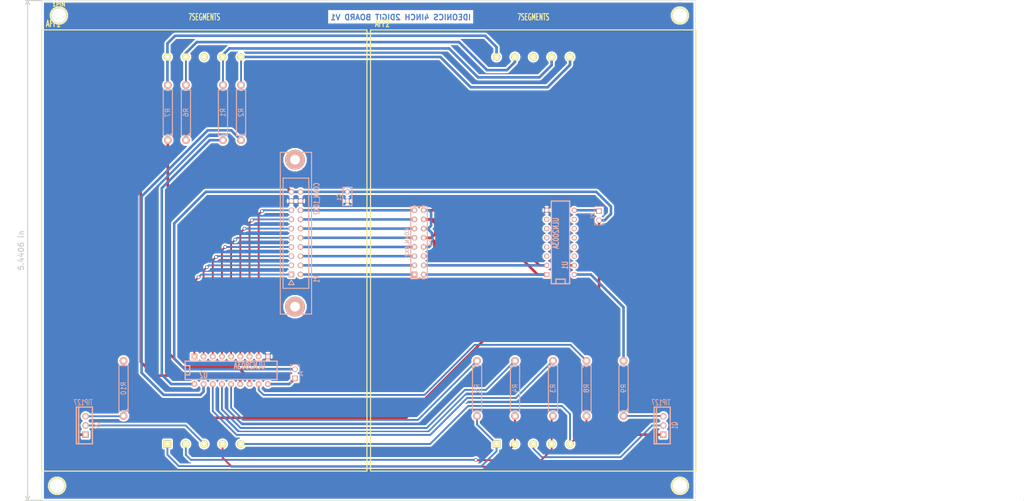
<source format=kicad_pcb>
(kicad_pcb (version 3) (host pcbnew "(2013-07-07 BZR 4022)-stable")

  (general
    (links 66)
    (no_connects 0)
    (area 67.389999 84.219999 338.990001 222.614001)
    (thickness 1.6)
    (drawings 39)
    (tracks 240)
    (zones 0)
    (modules 25)
    (nets 45)
  )

  (page A3)
  (layers
    (15 F.Cu signal)
    (0 B.Cu signal)
    (16 B.Adhes user)
    (17 F.Adhes user)
    (18 B.Paste user)
    (19 F.Paste user)
    (20 B.SilkS user)
    (21 F.SilkS user)
    (22 B.Mask user)
    (23 F.Mask user)
    (24 Dwgs.User user)
    (25 Cmts.User user)
    (26 Eco1.User user)
    (27 Eco2.User user)
    (28 Edge.Cuts user)
  )

  (setup
    (last_trace_width 0.708)
    (trace_clearance 0.254)
    (zone_clearance 0.508)
    (zone_45_only yes)
    (trace_min 0.2032)
    (segment_width 0.2)
    (edge_width 0.1)
    (via_size 1)
    (via_drill 0.635)
    (via_min_size 0.889)
    (via_min_drill 0.508)
    (uvia_size 0.508)
    (uvia_drill 0.127)
    (uvias_allowed no)
    (uvia_min_size 0.508)
    (uvia_min_drill 0.127)
    (pcb_text_width 0.3)
    (pcb_text_size 1.5 1.5)
    (mod_edge_width 0.15)
    (mod_text_size 1 1)
    (mod_text_width 0.15)
    (pad_size 4.064 4.064)
    (pad_drill 4)
    (pad_to_mask_clearance 0)
    (aux_axis_origin 0 0)
    (visible_elements 7FFFFFFF)
    (pcbplotparams
      (layerselection 292323329)
      (usegerberextensions true)
      (excludeedgelayer true)
      (linewidth 0.150000)
      (plotframeref false)
      (viasonmask false)
      (mode 1)
      (useauxorigin false)
      (hpglpennumber 1)
      (hpglpenspeed 20)
      (hpglpendiameter 15)
      (hpglpenoverlay 2)
      (psnegative false)
      (psa4output false)
      (plotreference true)
      (plotvalue true)
      (plotothertext true)
      (plotinvisibletext false)
      (padsonsilk false)
      (subtractmaskfromsilk false)
      (outputformat 1)
      (mirror false)
      (drillshape 0)
      (scaleselection 1)
      (outputdirectory 2d_4inch_gerbers/))
  )

  (net 0 "")
  (net 1 /A)
  (net 2 /B)
  (net 3 /C)
  (net 4 /D)
  (net 5 /Digit_1)
  (net 6 /Digit_2)
  (net 7 /E)
  (net 8 /F)
  (net 9 /G)
  (net 10 /H)
  (net 11 /Seg_a)
  (net 12 /Seg_b)
  (net 13 /Seg_c)
  (net 14 /Seg_d)
  (net 15 /Seg_e)
  (net 16 /Seg_f)
  (net 17 /Seg_g)
  (net 18 /Seg_h)
  (net 19 /VCC_12V)
  (net 20 GND)
  (net 21 N-000001)
  (net 22 N-0000010)
  (net 23 N-0000011)
  (net 24 N-0000012)
  (net 25 N-0000013)
  (net 26 N-0000014)
  (net 27 N-0000015)
  (net 28 N-0000016)
  (net 29 N-0000017)
  (net 30 N-0000018)
  (net 31 N-0000019)
  (net 32 N-0000020)
  (net 33 N-0000021)
  (net 34 N-0000022)
  (net 35 N-0000023)
  (net 36 N-0000024)
  (net 37 N-0000025)
  (net 38 N-0000026)
  (net 39 N-0000027)
  (net 40 N-0000028)
  (net 41 N-0000029)
  (net 42 N-0000030)
  (net 43 N-000008)
  (net 44 N-000009)

  (net_class Default "This is the default net class."
    (clearance 0.254)
    (trace_width 0.708)
    (via_dia 1)
    (via_drill 0.635)
    (uvia_dia 0.508)
    (uvia_drill 0.127)
    (add_net "")
    (add_net /Seg_a)
    (add_net /Seg_b)
    (add_net /Seg_c)
    (add_net /Seg_d)
    (add_net /Seg_e)
    (add_net /Seg_f)
    (add_net /Seg_g)
    (add_net /Seg_h)
    (add_net /VCC_12V)
    (add_net GND)
    (add_net N-000001)
    (add_net N-0000010)
    (add_net N-0000011)
    (add_net N-0000012)
    (add_net N-0000013)
    (add_net N-0000014)
    (add_net N-0000015)
    (add_net N-0000016)
    (add_net N-0000017)
    (add_net N-0000018)
    (add_net N-0000019)
    (add_net N-0000020)
    (add_net N-0000021)
    (add_net N-0000022)
    (add_net N-0000023)
    (add_net N-0000024)
    (add_net N-0000025)
    (add_net N-0000026)
    (add_net N-0000027)
    (add_net N-0000028)
    (add_net N-0000029)
    (add_net N-0000030)
    (add_net N-000008)
    (add_net N-000009)
  )

  (net_class DIGIT_SELECT ""
    (clearance 0.254)
    (trace_width 0.708)
    (via_dia 1)
    (via_drill 0.635)
    (uvia_dia 0.508)
    (uvia_drill 0.127)
    (add_net /A)
    (add_net /B)
    (add_net /C)
    (add_net /D)
    (add_net /Digit_1)
    (add_net /Digit_2)
    (add_net /E)
    (add_net /F)
    (add_net /G)
    (add_net /H)
  )

  (module 6INCH_DISPLAY (layer F.Cu) (tedit 5486E2B6) (tstamp 5486E689)
    (at 203.3 153.37)
    (descr "Afficheur 7 segments")
    (tags AFFICHEUR)
    (path /52A16E95)
    (fp_text reference AFF2 (at -41.725 -62.7) (layer F.SilkS)
      (effects (font (size 1.778 1.143) (thickness 0.28575)))
    )
    (fp_text value 7SEGMENTS (at 0.025 -64.55) (layer F.SilkS)
      (effects (font (size 1.778 1.016) (thickness 0.254)))
    )
    (fp_line (start -45 -61) (end -45 61) (layer F.SilkS) (width 0.3048))
    (fp_line (start 45 -61) (end 45 61) (layer F.SilkS) (width 0.3048))
    (fp_line (start -45 -61) (end 45 -61) (layer F.SilkS) (width 0.3048))
    (fp_line (start 45 61) (end -45 61) (layer F.SilkS) (width 0.3048))
    (pad 1 thru_hole rect (at -10.16 53.5) (size 2.032 2.032) (drill 0.9144)
      (layers *.Cu *.Mask F.SilkS)
      (net 15 /Seg_e)
    )
    (pad 2 thru_hole circle (at -5.08 53.5) (size 2.032 2.032) (drill 0.9144)
      (layers *.Cu *.Mask F.SilkS)
      (net 14 /Seg_d)
    )
    (pad 3 thru_hole circle (at 0 53.5) (size 2.032 2.032) (drill 0.9144)
      (layers *.Cu *.Mask F.SilkS)
      (net 41 N-0000029)
    )
    (pad 4 thru_hole circle (at 5.08 53.5) (size 2.032 2.032) (drill 0.9144)
      (layers *.Cu *.Mask F.SilkS)
      (net 13 /Seg_c)
    )
    (pad 7 thru_hole circle (at 5.08 -53.5) (size 2.032 2.032) (drill 0.9144)
      (layers *.Cu *.Mask F.SilkS)
      (net 11 /Seg_a)
    )
    (pad 8 thru_hole circle (at 0 -53.5) (size 2.032 2.032) (drill 0.9144)
      (layers *.Cu *.Mask F.SilkS)
    )
    (pad 9 thru_hole circle (at -5.08 -53.5) (size 2.032 2.032) (drill 0.9144)
      (layers *.Cu *.Mask F.SilkS)
      (net 16 /Seg_f)
    )
    (pad 10 thru_hole circle (at -10.16 -53.5) (size 2.032 2.032) (drill 0.9144)
      (layers *.Cu *.Mask F.SilkS)
      (net 17 /Seg_g)
    )
    (pad 5 thru_hole circle (at 10.16 53.5) (size 2.032 2.032) (drill 0.9144)
      (layers *.Cu *.Mask F.SilkS)
      (net 18 /Seg_h)
    )
    (pad 6 thru_hole circle (at 10.16 -53.5) (size 2.032 2.032) (drill 0.9144)
      (layers *.Cu *.Mask F.SilkS)
      (net 12 /Seg_b)
    )
  )

  (module 6INCH_DISPLAY (layer F.Cu) (tedit 5486E2B6) (tstamp 5486E677)
    (at 112.3 153.37)
    (descr "Afficheur 7 segments")
    (tags AFFICHEUR)
    (path /52A16E7E)
    (fp_text reference AFF1 (at -41.725 -62.7) (layer F.SilkS)
      (effects (font (size 1.778 1.143) (thickness 0.28575)))
    )
    (fp_text value 7SEGMENTS (at 0.025 -64.55) (layer F.SilkS)
      (effects (font (size 1.778 1.016) (thickness 0.254)))
    )
    (fp_line (start -45 -61) (end -45 61) (layer F.SilkS) (width 0.3048))
    (fp_line (start 45 -61) (end 45 61) (layer F.SilkS) (width 0.3048))
    (fp_line (start -45 -61) (end 45 -61) (layer F.SilkS) (width 0.3048))
    (fp_line (start 45 61) (end -45 61) (layer F.SilkS) (width 0.3048))
    (pad 1 thru_hole rect (at -10.16 53.5) (size 2.032 2.032) (drill 0.9144)
      (layers *.Cu *.Mask F.SilkS)
      (net 15 /Seg_e)
    )
    (pad 2 thru_hole circle (at -5.08 53.5) (size 2.032 2.032) (drill 0.9144)
      (layers *.Cu *.Mask F.SilkS)
      (net 14 /Seg_d)
    )
    (pad 3 thru_hole circle (at 0 53.5) (size 2.032 2.032) (drill 0.9144)
      (layers *.Cu *.Mask F.SilkS)
      (net 42 N-0000030)
    )
    (pad 4 thru_hole circle (at 5.08 53.5) (size 2.032 2.032) (drill 0.9144)
      (layers *.Cu *.Mask F.SilkS)
      (net 13 /Seg_c)
    )
    (pad 7 thru_hole circle (at 5.08 -53.5) (size 2.032 2.032) (drill 0.9144)
      (layers *.Cu *.Mask F.SilkS)
      (net 11 /Seg_a)
    )
    (pad 8 thru_hole circle (at 0 -53.5) (size 2.032 2.032) (drill 0.9144)
      (layers *.Cu *.Mask F.SilkS)
    )
    (pad 9 thru_hole circle (at -5.08 -53.5) (size 2.032 2.032) (drill 0.9144)
      (layers *.Cu *.Mask F.SilkS)
      (net 16 /Seg_f)
    )
    (pad 10 thru_hole circle (at -10.16 -53.5) (size 2.032 2.032) (drill 0.9144)
      (layers *.Cu *.Mask F.SilkS)
      (net 17 /Seg_g)
    )
    (pad 5 thru_hole circle (at 10.16 53.5) (size 2.032 2.032) (drill 0.9144)
      (layers *.Cu *.Mask F.SilkS)
      (net 18 /Seg_h)
    )
    (pad 6 thru_hole circle (at 10.16 -53.5) (size 2.032 2.032) (drill 0.9144)
      (layers *.Cu *.Mask F.SilkS)
      (net 12 /Seg_b)
    )
  )

  (module DIP-18__300 (layer B.Cu) (tedit 5270EEED) (tstamp 52CD1630)
    (at 119.75 186.5)
    (descr "8 pins DIL package, round pads")
    (path /52A16E65)
    (fp_text reference U2 (at -7.62 1.27) (layer B.SilkS)
      (effects (font (size 1.778 1.143) (thickness 0.3048)) (justify mirror))
    )
    (fp_text value ULN2803A (at 5.08 -1.27) (layer B.SilkS)
      (effects (font (size 1.778 1.143) (thickness 0.3048)) (justify mirror))
    )
    (fp_line (start -12.7 1.27) (end -11.43 1.27) (layer B.SilkS) (width 0.381))
    (fp_line (start -11.43 1.27) (end -11.43 -1.27) (layer B.SilkS) (width 0.381))
    (fp_line (start -11.43 -1.27) (end -12.7 -1.27) (layer B.SilkS) (width 0.381))
    (fp_line (start -12.7 2.54) (end 12.7 2.54) (layer B.SilkS) (width 0.381))
    (fp_line (start 12.7 2.54) (end 12.7 -2.54) (layer B.SilkS) (width 0.381))
    (fp_line (start 12.7 -2.54) (end -12.7 -2.54) (layer B.SilkS) (width 0.381))
    (fp_line (start -12.7 -2.54) (end -12.7 2.54) (layer B.SilkS) (width 0.381))
    (pad 1 thru_hole rect (at -10.16 -3.81) (size 1.6 1.6) (drill 0.8128)
      (layers *.Cu *.Mask B.SilkS)
      (net 1 /A)
    )
    (pad 2 thru_hole circle (at -7.62 -3.81) (size 1.6 1.6) (drill 0.8128)
      (layers *.Cu *.Mask B.SilkS)
      (net 2 /B)
    )
    (pad 3 thru_hole circle (at -5.08 -3.81) (size 1.6 1.6) (drill 0.8128)
      (layers *.Cu *.Mask B.SilkS)
      (net 3 /C)
    )
    (pad 4 thru_hole circle (at -2.54 -3.81) (size 1.6 1.6) (drill 0.8128)
      (layers *.Cu *.Mask B.SilkS)
      (net 4 /D)
    )
    (pad 5 thru_hole circle (at 0 -3.81) (size 1.6 1.6) (drill 0.8128)
      (layers *.Cu *.Mask B.SilkS)
      (net 7 /E)
    )
    (pad 6 thru_hole circle (at 2.54 -3.81) (size 1.6 1.6) (drill 0.8128)
      (layers *.Cu *.Mask B.SilkS)
      (net 8 /F)
    )
    (pad 7 thru_hole circle (at 5.08 -3.81) (size 1.6 1.6) (drill 0.8128)
      (layers *.Cu *.Mask B.SilkS)
      (net 9 /G)
    )
    (pad 8 thru_hole circle (at 7.62 -3.81) (size 1.6 1.6) (drill 0.8128)
      (layers *.Cu *.Mask B.SilkS)
      (net 10 /H)
    )
    (pad 9 thru_hole circle (at 10.16 -3.81) (size 1.6 1.6) (drill 0.8128)
      (layers *.Cu *.Mask B.SilkS)
      (net 20 GND)
    )
    (pad 10 thru_hole circle (at 10.16 3.81) (size 1.6 1.6) (drill 0.8128)
      (layers *.Cu *.Mask B.SilkS)
      (net 44 N-000009)
    )
    (pad 11 thru_hole circle (at 7.62 3.81) (size 1.6 1.6) (drill 0.8128)
      (layers *.Cu *.Mask B.SilkS)
      (net 28 N-0000016)
    )
    (pad 12 thru_hole circle (at 5.08 3.81) (size 1.6 1.6) (drill 0.8128)
      (layers *.Cu *.Mask B.SilkS)
      (net 27 N-0000015)
    )
    (pad 13 thru_hole circle (at 2.54 3.81) (size 1.6 1.6) (drill 0.8128)
      (layers *.Cu *.Mask B.SilkS)
      (net 26 N-0000014)
    )
    (pad 14 thru_hole circle (at 0 3.81) (size 1.6 1.6) (drill 0.8128)
      (layers *.Cu *.Mask B.SilkS)
      (net 43 N-000008)
    )
    (pad 15 thru_hole circle (at -2.54 3.81) (size 1.6 1.6) (drill 0.8128)
      (layers *.Cu *.Mask B.SilkS)
      (net 25 N-0000013)
    )
    (pad 16 thru_hole circle (at -5.08 3.81) (size 1.6 1.6) (drill 0.8128)
      (layers *.Cu *.Mask B.SilkS)
      (net 24 N-0000012)
    )
    (pad 17 thru_hole circle (at -7.62 3.81) (size 1.6 1.6) (drill 0.8128)
      (layers *.Cu *.Mask B.SilkS)
      (net 23 N-0000011)
    )
    (pad 18 thru_hole circle (at -10.16 3.81) (size 1.6 1.6) (drill 0.8128)
      (layers *.Cu *.Mask B.SilkS)
      (net 22 N-0000010)
    )
    (model dil/dil_18.wrl
      (at (xyz 0 0 0))
      (scale (xyz 1 1 1))
      (rotate (xyz 0 0 0))
    )
  )

  (module DIP-16__300 (layer B.Cu) (tedit 200000) (tstamp 52A194A1)
    (at 210.82 151.13 90)
    (descr "16 pins DIL package, round pads")
    (tags DIL)
    (path /52A16E42)
    (fp_text reference U1 (at -6.35 1.27 90) (layer B.SilkS)
      (effects (font (size 1.524 1.143) (thickness 0.3048)) (justify mirror))
    )
    (fp_text value ULN2003A (at 2.54 -1.27 90) (layer B.SilkS)
      (effects (font (size 1.524 1.143) (thickness 0.3048)) (justify mirror))
    )
    (fp_line (start -11.43 1.27) (end -11.43 1.27) (layer B.SilkS) (width 0.381))
    (fp_line (start -11.43 1.27) (end -10.16 1.27) (layer B.SilkS) (width 0.381))
    (fp_line (start -10.16 1.27) (end -10.16 -1.27) (layer B.SilkS) (width 0.381))
    (fp_line (start -10.16 -1.27) (end -11.43 -1.27) (layer B.SilkS) (width 0.381))
    (fp_line (start -11.43 2.54) (end 11.43 2.54) (layer B.SilkS) (width 0.381))
    (fp_line (start 11.43 2.54) (end 11.43 -2.54) (layer B.SilkS) (width 0.381))
    (fp_line (start 11.43 -2.54) (end -11.43 -2.54) (layer B.SilkS) (width 0.381))
    (fp_line (start -11.43 -2.54) (end -11.43 2.54) (layer B.SilkS) (width 0.381))
    (pad 1 thru_hole rect (at -8.89 -3.81 90) (size 1.397 1.397) (drill 0.8128)
      (layers *.Cu *.Mask B.SilkS)
      (net 5 /Digit_1)
    )
    (pad 2 thru_hole circle (at -6.35 -3.81 90) (size 1.397 1.397) (drill 0.8128)
      (layers *.Cu *.Mask B.SilkS)
      (net 6 /Digit_2)
    )
    (pad 3 thru_hole circle (at -3.81 -3.81 90) (size 1.397 1.397) (drill 0.8128)
      (layers *.Cu *.Mask B.SilkS)
    )
    (pad 4 thru_hole circle (at -1.27 -3.81 90) (size 1.397 1.397) (drill 0.8128)
      (layers *.Cu *.Mask B.SilkS)
    )
    (pad 5 thru_hole circle (at 1.27 -3.81 90) (size 1.397 1.397) (drill 0.8128)
      (layers *.Cu *.Mask B.SilkS)
    )
    (pad 6 thru_hole circle (at 3.81 -3.81 90) (size 1.397 1.397) (drill 0.8128)
      (layers *.Cu *.Mask B.SilkS)
    )
    (pad 7 thru_hole circle (at 6.35 -3.81 90) (size 1.397 1.397) (drill 0.8128)
      (layers *.Cu *.Mask B.SilkS)
    )
    (pad 8 thru_hole circle (at 8.89 -3.81 90) (size 1.397 1.397) (drill 0.8128)
      (layers *.Cu *.Mask B.SilkS)
      (net 20 GND)
    )
    (pad 9 thru_hole circle (at 8.89 3.81 90) (size 1.397 1.397) (drill 0.8128)
      (layers *.Cu *.Mask B.SilkS)
      (net 39 N-0000027)
    )
    (pad 10 thru_hole circle (at 6.35 3.81 90) (size 1.397 1.397) (drill 0.8128)
      (layers *.Cu *.Mask B.SilkS)
    )
    (pad 11 thru_hole circle (at 3.81 3.81 90) (size 1.397 1.397) (drill 0.8128)
      (layers *.Cu *.Mask B.SilkS)
    )
    (pad 12 thru_hole circle (at 1.27 3.81 90) (size 1.397 1.397) (drill 0.8128)
      (layers *.Cu *.Mask B.SilkS)
    )
    (pad 13 thru_hole circle (at -1.27 3.81 90) (size 1.397 1.397) (drill 0.8128)
      (layers *.Cu *.Mask B.SilkS)
    )
    (pad 14 thru_hole circle (at -3.81 3.81 90) (size 1.397 1.397) (drill 0.8128)
      (layers *.Cu *.Mask B.SilkS)
    )
    (pad 15 thru_hole circle (at -6.35 3.81 90) (size 1.397 1.397) (drill 0.8128)
      (layers *.Cu *.Mask B.SilkS)
      (net 40 N-0000028)
    )
    (pad 16 thru_hole circle (at -8.89 3.81 90) (size 1.397 1.397) (drill 0.8128)
      (layers *.Cu *.Mask B.SilkS)
      (net 38 N-0000026)
    )
    (model dil/dil_16.wrl
      (at (xyz 0 0 0))
      (scale (xyz 1 1 1))
      (rotate (xyz 0 0 0))
    )
  )

  (module TO220_VERT (layer B.Cu) (tedit 52CE55F6) (tstamp 52CE5D6E)
    (at 79.5 201.75 180)
    (descr "Regulateur TO220 serie LM78xx")
    (tags "TR TO220")
    (path /52A16EFB)
    (fp_text reference Q2 (at -3.175 0 450) (layer B.SilkS)
      (effects (font (size 1.524 1.016) (thickness 0.2032)) (justify mirror))
    )
    (fp_text value TIP127 (at 0.635 6.35 180) (layer B.SilkS)
      (effects (font (size 1.524 1.016) (thickness 0.2032)) (justify mirror))
    )
    (fp_line (start 1.905 5.08) (end 2.54 5.08) (layer B.SilkS) (width 0.381))
    (fp_line (start 2.54 5.08) (end 2.54 -5.08) (layer B.SilkS) (width 0.381))
    (fp_line (start 2.54 -5.08) (end 1.905 -5.08) (layer B.SilkS) (width 0.381))
    (fp_line (start -1.905 5.08) (end 1.905 5.08) (layer B.SilkS) (width 0.381))
    (fp_line (start 1.905 5.08) (end 1.905 -5.08) (layer B.SilkS) (width 0.381))
    (fp_line (start 1.905 -5.08) (end -1.905 -5.08) (layer B.SilkS) (width 0.381))
    (fp_line (start -1.905 -5.08) (end -1.905 5.08) (layer B.SilkS) (width 0.381))
    (pad 1 thru_hole circle (at 0 2.54 180) (size 1.778 1.778) (drill 1.016)
      (layers *.Cu *.Mask B.SilkS)
      (net 37 N-0000025)
    )
    (pad 2 thru_hole circle (at 0 0 180) (size 1.778 1.778) (drill 1.016)
      (layers *.Cu *.Mask B.SilkS)
      (net 42 N-0000030)
    )
    (pad 3 thru_hole rect (at 0 -2.54 180) (size 1.778 1.778) (drill 1.016)
      (layers *.Cu *.Mask B.SilkS)
      (net 19 /VCC_12V)
    )
  )

  (module TO220_VERT (layer B.Cu) (tedit 52CE55F6) (tstamp 52CE5D7C)
    (at 239.25 201.75 180)
    (descr "Regulateur TO220 serie LM78xx")
    (tags "TR TO220")
    (path /52A16F08)
    (fp_text reference Q1 (at -3.175 0 450) (layer B.SilkS)
      (effects (font (size 1.524 1.016) (thickness 0.2032)) (justify mirror))
    )
    (fp_text value TIP127 (at 0.635 6.35 180) (layer B.SilkS)
      (effects (font (size 1.524 1.016) (thickness 0.2032)) (justify mirror))
    )
    (fp_line (start 1.905 5.08) (end 2.54 5.08) (layer B.SilkS) (width 0.381))
    (fp_line (start 2.54 5.08) (end 2.54 -5.08) (layer B.SilkS) (width 0.381))
    (fp_line (start 2.54 -5.08) (end 1.905 -5.08) (layer B.SilkS) (width 0.381))
    (fp_line (start -1.905 5.08) (end 1.905 5.08) (layer B.SilkS) (width 0.381))
    (fp_line (start 1.905 5.08) (end 1.905 -5.08) (layer B.SilkS) (width 0.381))
    (fp_line (start 1.905 -5.08) (end -1.905 -5.08) (layer B.SilkS) (width 0.381))
    (fp_line (start -1.905 -5.08) (end -1.905 5.08) (layer B.SilkS) (width 0.381))
    (pad 1 thru_hole circle (at 0 2.54 180) (size 1.778 1.778) (drill 1.016)
      (layers *.Cu *.Mask B.SilkS)
      (net 21 N-000001)
    )
    (pad 2 thru_hole circle (at 0 0 180) (size 1.778 1.778) (drill 1.016)
      (layers *.Cu *.Mask B.SilkS)
      (net 41 N-0000029)
    )
    (pad 3 thru_hole rect (at 0 -2.54 180) (size 1.778 1.778) (drill 1.016)
      (layers *.Cu *.Mask B.SilkS)
      (net 19 /VCC_12V)
    )
  )

  (module C1 (layer B.Cu) (tedit 3F92C496) (tstamp 5486E65A)
    (at 151.892 138.43 270)
    (descr "Condensateur e = 1 pas")
    (tags C)
    (path /55755106)
    (fp_text reference C1 (at 0.254 2.286 270) (layer B.SilkS)
      (effects (font (size 1.016 1.016) (thickness 0.2032)) (justify mirror))
    )
    (fp_text value C (at 0 2.286 270) (layer B.SilkS) hide
      (effects (font (size 1.016 1.016) (thickness 0.2032)) (justify mirror))
    )
    (fp_line (start -2.4892 1.27) (end 2.54 1.27) (layer B.SilkS) (width 0.3048))
    (fp_line (start 2.54 1.27) (end 2.54 -1.27) (layer B.SilkS) (width 0.3048))
    (fp_line (start 2.54 -1.27) (end -2.54 -1.27) (layer B.SilkS) (width 0.3048))
    (fp_line (start -2.54 -1.27) (end -2.54 1.27) (layer B.SilkS) (width 0.3048))
    (fp_line (start -2.54 0.635) (end -1.905 1.27) (layer B.SilkS) (width 0.3048))
    (pad 1 thru_hole circle (at -1.27 0 270) (size 1.397 1.397) (drill 0.8128)
      (layers *.Cu *.Mask B.SilkS)
      (net 19 /VCC_12V)
    )
    (pad 2 thru_hole circle (at 1.27 0 270) (size 1.397 1.397) (drill 0.8128)
      (layers *.Cu *.Mask B.SilkS)
      (net 20 GND)
    )
    (model discret/capa_1_pas.wrl
      (at (xyz 0 0 0))
      (scale (xyz 1 1 1))
      (rotate (xyz 0 0 0))
    )
  )

  (module R6 (layer B.Cu) (tedit 54745A87) (tstamp 52A1D589)
    (at 90 191.5 90)
    (descr "Resistance 6 pas")
    (tags R)
    (path /52A16F14)
    (autoplace_cost180 10)
    (fp_text reference R10 (at 0 0 90) (layer B.SilkS)
      (effects (font (size 1.397 1.27) (thickness 0.2032)) (justify mirror))
    )
    (fp_text value 2.2K (at 0.254 0 90) (layer B.SilkS) hide
      (effects (font (size 1.397 1.27) (thickness 0.2032)) (justify mirror))
    )
    (fp_line (start -6.35 1.27) (end 6.35 1.27) (layer B.SilkS) (width 0.3048))
    (fp_line (start 6.35 1.27) (end 6.35 -1.27) (layer B.SilkS) (width 0.3048))
    (fp_line (start 6.35 -1.27) (end -6.35 -1.27) (layer B.SilkS) (width 0.3048))
    (fp_line (start 6.35 0) (end 7.62 0) (layer B.SilkS) (width 0.3048))
    (fp_line (start -7.62 0) (end -6.35 0) (layer B.SilkS) (width 0.3048))
    (fp_line (start -6.35 0.508) (end -5.588 1.27) (layer B.SilkS) (width 0.3048))
    (fp_line (start -6.35 1.27) (end -6.35 -1.27) (layer B.SilkS) (width 0.3048))
    (pad 1 thru_hole circle (at -7.62 0 90) (size 2.143 2.143) (drill 1.143)
      (layers *.Cu *.Mask B.SilkS)
      (net 37 N-0000025)
    )
    (pad 2 thru_hole circle (at 7.62 0 90) (size 2.143 2.143) (drill 1.143)
      (layers *.Cu *.Mask B.SilkS)
      (net 40 N-0000028)
    )
    (model discret/resistor.wrl
      (at (xyz 0 0 0))
      (scale (xyz 0.6 0.6 0.6))
      (rotate (xyz 0 0 0))
    )
  )

  (module PIN_ARRAY_2X1 (layer B.Cu) (tedit 4565C520) (tstamp 52A193B3)
    (at 221.488 143.764 270)
    (descr "Connecteurs 2 pins")
    (tags "CONN DEV")
    (path /52A18004)
    (fp_text reference P2 (at 0 1.905 270) (layer B.SilkS)
      (effects (font (size 0.762 0.762) (thickness 0.1524)) (justify mirror))
    )
    (fp_text value CONN_2 (at 0 1.905 270) (layer B.SilkS) hide
      (effects (font (size 0.762 0.762) (thickness 0.1524)) (justify mirror))
    )
    (fp_line (start -2.54 -1.27) (end -2.54 1.27) (layer B.SilkS) (width 0.1524))
    (fp_line (start -2.54 1.27) (end 2.54 1.27) (layer B.SilkS) (width 0.1524))
    (fp_line (start 2.54 1.27) (end 2.54 -1.27) (layer B.SilkS) (width 0.1524))
    (fp_line (start 2.54 -1.27) (end -2.54 -1.27) (layer B.SilkS) (width 0.1524))
    (pad 1 thru_hole rect (at -1.27 0 270) (size 1.524 1.524) (drill 1.016)
      (layers *.Cu *.Mask B.SilkS)
      (net 39 N-0000027)
    )
    (pad 2 thru_hole circle (at 1.27 0 270) (size 1.524 1.524) (drill 1.016)
      (layers *.Cu *.Mask B.SilkS)
      (net 19 /VCC_12V)
    )
    (model pin_array/pins_array_2x1.wrl
      (at (xyz 0 0 0))
      (scale (xyz 1 1 1))
      (rotate (xyz 0 0 0))
    )
  )

  (module R6 (layer B.Cu) (tedit 54745A87) (tstamp 52A193C0)
    (at 102.25 115.25 90)
    (descr "Resistance 6 pas")
    (tags R)
    (path /52A16EED)
    (autoplace_cost180 10)
    (fp_text reference R7 (at 0 0 90) (layer B.SilkS)
      (effects (font (size 1.397 1.27) (thickness 0.2032)) (justify mirror))
    )
    (fp_text value R (at 0.254 0 90) (layer B.SilkS) hide
      (effects (font (size 1.397 1.27) (thickness 0.2032)) (justify mirror))
    )
    (fp_line (start -6.35 1.27) (end 6.35 1.27) (layer B.SilkS) (width 0.3048))
    (fp_line (start 6.35 1.27) (end 6.35 -1.27) (layer B.SilkS) (width 0.3048))
    (fp_line (start 6.35 -1.27) (end -6.35 -1.27) (layer B.SilkS) (width 0.3048))
    (fp_line (start 6.35 0) (end 7.62 0) (layer B.SilkS) (width 0.3048))
    (fp_line (start -7.62 0) (end -6.35 0) (layer B.SilkS) (width 0.3048))
    (fp_line (start -6.35 0.508) (end -5.588 1.27) (layer B.SilkS) (width 0.3048))
    (fp_line (start -6.35 1.27) (end -6.35 -1.27) (layer B.SilkS) (width 0.3048))
    (pad 1 thru_hole circle (at -7.62 0 90) (size 2.143 2.143) (drill 1.143)
      (layers *.Cu *.Mask B.SilkS)
      (net 27 N-0000015)
    )
    (pad 2 thru_hole circle (at 7.62 0 90) (size 2.143 2.143) (drill 1.143)
      (layers *.Cu *.Mask B.SilkS)
      (net 17 /Seg_g)
    )
    (model discret/resistor.wrl
      (at (xyz 0 0 0))
      (scale (xyz 0.6 0.6 0.6))
      (rotate (xyz 0 0 0))
    )
  )

  (module R6 (layer B.Cu) (tedit 54745A87) (tstamp 52A1D57B)
    (at 228.25 191.5 90)
    (descr "Resistance 6 pas")
    (tags R)
    (path /52A16F0E)
    (autoplace_cost180 10)
    (fp_text reference R9 (at 0 0 90) (layer B.SilkS)
      (effects (font (size 1.397 1.27) (thickness 0.2032)) (justify mirror))
    )
    (fp_text value 2.2K (at 0.254 0 90) (layer B.SilkS) hide
      (effects (font (size 1.397 1.27) (thickness 0.2032)) (justify mirror))
    )
    (fp_line (start -6.35 1.27) (end 6.35 1.27) (layer B.SilkS) (width 0.3048))
    (fp_line (start 6.35 1.27) (end 6.35 -1.27) (layer B.SilkS) (width 0.3048))
    (fp_line (start 6.35 -1.27) (end -6.35 -1.27) (layer B.SilkS) (width 0.3048))
    (fp_line (start 6.35 0) (end 7.62 0) (layer B.SilkS) (width 0.3048))
    (fp_line (start -7.62 0) (end -6.35 0) (layer B.SilkS) (width 0.3048))
    (fp_line (start -6.35 0.508) (end -5.588 1.27) (layer B.SilkS) (width 0.3048))
    (fp_line (start -6.35 1.27) (end -6.35 -1.27) (layer B.SilkS) (width 0.3048))
    (pad 1 thru_hole circle (at -7.62 0 90) (size 2.143 2.143) (drill 1.143)
      (layers *.Cu *.Mask B.SilkS)
      (net 21 N-000001)
    )
    (pad 2 thru_hole circle (at 7.62 0 90) (size 2.143 2.143) (drill 1.143)
      (layers *.Cu *.Mask B.SilkS)
      (net 38 N-0000026)
    )
    (model discret/resistor.wrl
      (at (xyz 0 0 0))
      (scale (xyz 0.6 0.6 0.6))
      (rotate (xyz 0 0 0))
    )
  )

  (module R6 (layer B.Cu) (tedit 54745A87) (tstamp 52A193E7)
    (at 218 191.5 270)
    (descr "Resistance 6 pas")
    (tags R)
    (path /52A16EF3)
    (autoplace_cost180 10)
    (fp_text reference R8 (at 0 0 270) (layer B.SilkS)
      (effects (font (size 1.397 1.27) (thickness 0.2032)) (justify mirror))
    )
    (fp_text value R (at 0.254 0 270) (layer B.SilkS) hide
      (effects (font (size 1.397 1.27) (thickness 0.2032)) (justify mirror))
    )
    (fp_line (start -6.35 1.27) (end 6.35 1.27) (layer B.SilkS) (width 0.3048))
    (fp_line (start 6.35 1.27) (end 6.35 -1.27) (layer B.SilkS) (width 0.3048))
    (fp_line (start 6.35 -1.27) (end -6.35 -1.27) (layer B.SilkS) (width 0.3048))
    (fp_line (start 6.35 0) (end 7.62 0) (layer B.SilkS) (width 0.3048))
    (fp_line (start -7.62 0) (end -6.35 0) (layer B.SilkS) (width 0.3048))
    (fp_line (start -6.35 0.508) (end -5.588 1.27) (layer B.SilkS) (width 0.3048))
    (fp_line (start -6.35 1.27) (end -6.35 -1.27) (layer B.SilkS) (width 0.3048))
    (pad 1 thru_hole circle (at -7.62 0 270) (size 2.143 2.143) (drill 1.143)
      (layers *.Cu *.Mask B.SilkS)
      (net 28 N-0000016)
    )
    (pad 2 thru_hole circle (at 7.62 0 270) (size 2.143 2.143) (drill 1.143)
      (layers *.Cu *.Mask B.SilkS)
      (net 18 /Seg_h)
    )
    (model discret/resistor.wrl
      (at (xyz 0 0 0))
      (scale (xyz 0.6 0.6 0.6))
      (rotate (xyz 0 0 0))
    )
  )

  (module R6 (layer B.Cu) (tedit 54745A87) (tstamp 52A193F4)
    (at 107.25 115.25 90)
    (descr "Resistance 6 pas")
    (tags R)
    (path /52A16EE7)
    (autoplace_cost180 10)
    (fp_text reference R6 (at 0 0 90) (layer B.SilkS)
      (effects (font (size 1.397 1.27) (thickness 0.2032)) (justify mirror))
    )
    (fp_text value R (at 0.254 0 90) (layer B.SilkS) hide
      (effects (font (size 1.397 1.27) (thickness 0.2032)) (justify mirror))
    )
    (fp_line (start -6.35 1.27) (end 6.35 1.27) (layer B.SilkS) (width 0.3048))
    (fp_line (start 6.35 1.27) (end 6.35 -1.27) (layer B.SilkS) (width 0.3048))
    (fp_line (start 6.35 -1.27) (end -6.35 -1.27) (layer B.SilkS) (width 0.3048))
    (fp_line (start 6.35 0) (end 7.62 0) (layer B.SilkS) (width 0.3048))
    (fp_line (start -7.62 0) (end -6.35 0) (layer B.SilkS) (width 0.3048))
    (fp_line (start -6.35 0.508) (end -5.588 1.27) (layer B.SilkS) (width 0.3048))
    (fp_line (start -6.35 1.27) (end -6.35 -1.27) (layer B.SilkS) (width 0.3048))
    (pad 1 thru_hole circle (at -7.62 0 90) (size 2.143 2.143) (drill 1.143)
      (layers *.Cu *.Mask B.SilkS)
      (net 26 N-0000014)
    )
    (pad 2 thru_hole circle (at 7.62 0 90) (size 2.143 2.143) (drill 1.143)
      (layers *.Cu *.Mask B.SilkS)
      (net 16 /Seg_f)
    )
    (model discret/resistor.wrl
      (at (xyz 0 0 0))
      (scale (xyz 0.6 0.6 0.6))
      (rotate (xyz 0 0 0))
    )
  )

  (module R6 (layer B.Cu) (tedit 54745A87) (tstamp 52A1C91E)
    (at 187.75 191.5 270)
    (descr "Resistance 6 pas")
    (tags R)
    (path /52A16EE1)
    (autoplace_cost180 10)
    (fp_text reference R5 (at 0 0 270) (layer B.SilkS)
      (effects (font (size 1.397 1.27) (thickness 0.2032)) (justify mirror))
    )
    (fp_text value R (at 0.254 0 270) (layer B.SilkS) hide
      (effects (font (size 1.397 1.27) (thickness 0.2032)) (justify mirror))
    )
    (fp_line (start -6.35 1.27) (end 6.35 1.27) (layer B.SilkS) (width 0.3048))
    (fp_line (start 6.35 1.27) (end 6.35 -1.27) (layer B.SilkS) (width 0.3048))
    (fp_line (start 6.35 -1.27) (end -6.35 -1.27) (layer B.SilkS) (width 0.3048))
    (fp_line (start 6.35 0) (end 7.62 0) (layer B.SilkS) (width 0.3048))
    (fp_line (start -7.62 0) (end -6.35 0) (layer B.SilkS) (width 0.3048))
    (fp_line (start -6.35 0.508) (end -5.588 1.27) (layer B.SilkS) (width 0.3048))
    (fp_line (start -6.35 1.27) (end -6.35 -1.27) (layer B.SilkS) (width 0.3048))
    (pad 1 thru_hole circle (at -7.62 0 270) (size 2.143 2.143) (drill 1.143)
      (layers *.Cu *.Mask B.SilkS)
      (net 43 N-000008)
    )
    (pad 2 thru_hole circle (at 7.62 0 270) (size 2.143 2.143) (drill 1.143)
      (layers *.Cu *.Mask B.SilkS)
      (net 15 /Seg_e)
    )
    (model discret/resistor.wrl
      (at (xyz 0 0 0))
      (scale (xyz 0.6 0.6 0.6))
      (rotate (xyz 0 0 0))
    )
  )

  (module R6 (layer B.Cu) (tedit 54745A87) (tstamp 52A1940E)
    (at 198.25 191.5 270)
    (descr "Resistance 6 pas")
    (tags R)
    (path /52A16EDB)
    (autoplace_cost180 10)
    (fp_text reference R4 (at 0 0 270) (layer B.SilkS)
      (effects (font (size 1.397 1.27) (thickness 0.2032)) (justify mirror))
    )
    (fp_text value R (at 0.254 0 270) (layer B.SilkS) hide
      (effects (font (size 1.397 1.27) (thickness 0.2032)) (justify mirror))
    )
    (fp_line (start -6.35 1.27) (end 6.35 1.27) (layer B.SilkS) (width 0.3048))
    (fp_line (start 6.35 1.27) (end 6.35 -1.27) (layer B.SilkS) (width 0.3048))
    (fp_line (start 6.35 -1.27) (end -6.35 -1.27) (layer B.SilkS) (width 0.3048))
    (fp_line (start 6.35 0) (end 7.62 0) (layer B.SilkS) (width 0.3048))
    (fp_line (start -7.62 0) (end -6.35 0) (layer B.SilkS) (width 0.3048))
    (fp_line (start -6.35 0.508) (end -5.588 1.27) (layer B.SilkS) (width 0.3048))
    (fp_line (start -6.35 1.27) (end -6.35 -1.27) (layer B.SilkS) (width 0.3048))
    (pad 1 thru_hole circle (at -7.62 0 270) (size 2.143 2.143) (drill 1.143)
      (layers *.Cu *.Mask B.SilkS)
      (net 25 N-0000013)
    )
    (pad 2 thru_hole circle (at 7.62 0 270) (size 2.143 2.143) (drill 1.143)
      (layers *.Cu *.Mask B.SilkS)
      (net 14 /Seg_d)
    )
    (model discret/resistor.wrl
      (at (xyz 0 0 0))
      (scale (xyz 0.6 0.6 0.6))
      (rotate (xyz 0 0 0))
    )
  )

  (module R6 (layer B.Cu) (tedit 54745A87) (tstamp 52A1941B)
    (at 208.75 191.5 270)
    (descr "Resistance 6 pas")
    (tags R)
    (path /52A16ED5)
    (autoplace_cost180 10)
    (fp_text reference R3 (at 0 0 270) (layer B.SilkS)
      (effects (font (size 1.397 1.27) (thickness 0.2032)) (justify mirror))
    )
    (fp_text value R (at 0.254 0 270) (layer B.SilkS) hide
      (effects (font (size 1.397 1.27) (thickness 0.2032)) (justify mirror))
    )
    (fp_line (start -6.35 1.27) (end 6.35 1.27) (layer B.SilkS) (width 0.3048))
    (fp_line (start 6.35 1.27) (end 6.35 -1.27) (layer B.SilkS) (width 0.3048))
    (fp_line (start 6.35 -1.27) (end -6.35 -1.27) (layer B.SilkS) (width 0.3048))
    (fp_line (start 6.35 0) (end 7.62 0) (layer B.SilkS) (width 0.3048))
    (fp_line (start -7.62 0) (end -6.35 0) (layer B.SilkS) (width 0.3048))
    (fp_line (start -6.35 0.508) (end -5.588 1.27) (layer B.SilkS) (width 0.3048))
    (fp_line (start -6.35 1.27) (end -6.35 -1.27) (layer B.SilkS) (width 0.3048))
    (pad 1 thru_hole circle (at -7.62 0 270) (size 2.143 2.143) (drill 1.143)
      (layers *.Cu *.Mask B.SilkS)
      (net 24 N-0000012)
    )
    (pad 2 thru_hole circle (at 7.62 0 270) (size 2.143 2.143) (drill 1.143)
      (layers *.Cu *.Mask B.SilkS)
      (net 13 /Seg_c)
    )
    (model discret/resistor.wrl
      (at (xyz 0 0 0))
      (scale (xyz 0.6 0.6 0.6))
      (rotate (xyz 0 0 0))
    )
  )

  (module R6 (layer B.Cu) (tedit 54745A87) (tstamp 52A19428)
    (at 122.5 115.25 90)
    (descr "Resistance 6 pas")
    (tags R)
    (path /52A16ECA)
    (autoplace_cost180 10)
    (fp_text reference R2 (at 0 0 90) (layer B.SilkS)
      (effects (font (size 1.397 1.27) (thickness 0.2032)) (justify mirror))
    )
    (fp_text value R (at 0.254 0 90) (layer B.SilkS) hide
      (effects (font (size 1.397 1.27) (thickness 0.2032)) (justify mirror))
    )
    (fp_line (start -6.35 1.27) (end 6.35 1.27) (layer B.SilkS) (width 0.3048))
    (fp_line (start 6.35 1.27) (end 6.35 -1.27) (layer B.SilkS) (width 0.3048))
    (fp_line (start 6.35 -1.27) (end -6.35 -1.27) (layer B.SilkS) (width 0.3048))
    (fp_line (start 6.35 0) (end 7.62 0) (layer B.SilkS) (width 0.3048))
    (fp_line (start -7.62 0) (end -6.35 0) (layer B.SilkS) (width 0.3048))
    (fp_line (start -6.35 0.508) (end -5.588 1.27) (layer B.SilkS) (width 0.3048))
    (fp_line (start -6.35 1.27) (end -6.35 -1.27) (layer B.SilkS) (width 0.3048))
    (pad 1 thru_hole circle (at -7.62 0 90) (size 2.143 2.143) (drill 1.143)
      (layers *.Cu *.Mask B.SilkS)
      (net 23 N-0000011)
    )
    (pad 2 thru_hole circle (at 7.62 0 90) (size 2.143 2.143) (drill 1.143)
      (layers *.Cu *.Mask B.SilkS)
      (net 12 /Seg_b)
    )
    (model discret/resistor.wrl
      (at (xyz 0 0 0))
      (scale (xyz 0.6 0.6 0.6))
      (rotate (xyz 0 0 0))
    )
  )

  (module R6 (layer B.Cu) (tedit 54745A87) (tstamp 52A1C769)
    (at 117.5 115.25 90)
    (descr "Resistance 6 pas")
    (tags R)
    (path /52A16E9D)
    (autoplace_cost180 10)
    (fp_text reference R1 (at 0 0 90) (layer B.SilkS)
      (effects (font (size 1.397 1.27) (thickness 0.2032)) (justify mirror))
    )
    (fp_text value R (at 0.254 0 90) (layer B.SilkS) hide
      (effects (font (size 1.397 1.27) (thickness 0.2032)) (justify mirror))
    )
    (fp_line (start -6.35 1.27) (end 6.35 1.27) (layer B.SilkS) (width 0.3048))
    (fp_line (start 6.35 1.27) (end 6.35 -1.27) (layer B.SilkS) (width 0.3048))
    (fp_line (start 6.35 -1.27) (end -6.35 -1.27) (layer B.SilkS) (width 0.3048))
    (fp_line (start 6.35 0) (end 7.62 0) (layer B.SilkS) (width 0.3048))
    (fp_line (start -7.62 0) (end -6.35 0) (layer B.SilkS) (width 0.3048))
    (fp_line (start -6.35 0.508) (end -5.588 1.27) (layer B.SilkS) (width 0.3048))
    (fp_line (start -6.35 1.27) (end -6.35 -1.27) (layer B.SilkS) (width 0.3048))
    (pad 1 thru_hole circle (at -7.62 0 90) (size 2.143 2.143) (drill 1.143)
      (layers *.Cu *.Mask B.SilkS)
      (net 22 N-0000010)
    )
    (pad 2 thru_hole circle (at 7.62 0 90) (size 2.143 2.143) (drill 1.143)
      (layers *.Cu *.Mask B.SilkS)
      (net 11 /Seg_a)
    )
    (model discret/resistor.wrl
      (at (xyz 0 0 0))
      (scale (xyz 0.6 0.6 0.6))
      (rotate (xyz 0 0 0))
    )
  )

  (module PIN_ARRAY_2X1 (layer B.Cu) (tedit 4565C520) (tstamp 52CD1745)
    (at 137.414 187.452 90)
    (descr "Connecteurs 2 pins")
    (tags "CONN DEV")
    (path /52CD1732)
    (fp_text reference P4 (at 0 1.905 90) (layer B.SilkS)
      (effects (font (size 0.762 0.762) (thickness 0.1524)) (justify mirror))
    )
    (fp_text value CONN_2 (at 0 1.905 90) (layer B.SilkS) hide
      (effects (font (size 0.762 0.762) (thickness 0.1524)) (justify mirror))
    )
    (fp_line (start -2.54 -1.27) (end -2.54 1.27) (layer B.SilkS) (width 0.1524))
    (fp_line (start -2.54 1.27) (end 2.54 1.27) (layer B.SilkS) (width 0.1524))
    (fp_line (start 2.54 1.27) (end 2.54 -1.27) (layer B.SilkS) (width 0.1524))
    (fp_line (start 2.54 -1.27) (end -2.54 -1.27) (layer B.SilkS) (width 0.1524))
    (pad 1 thru_hole rect (at -1.27 0 90) (size 1.524 1.524) (drill 1.016)
      (layers *.Cu *.Mask B.SilkS)
      (net 44 N-000009)
    )
    (pad 2 thru_hole circle (at 1.27 0 90) (size 1.524 1.524) (drill 1.016)
      (layers *.Cu *.Mask B.SilkS)
      (net 19 /VCC_12V)
    )
    (model pin_array/pins_array_2x1.wrl
      (at (xyz 0 0 0))
      (scale (xyz 1 1 1))
      (rotate (xyz 0 0 0))
    )
  )

  (module pin_array_8x2 (layer B.Cu) (tedit 5472EA03) (tstamp 55754450)
    (at 171.704 151.13 90)
    (descr "Double rangee de contacts 2 x 8 pins")
    (tags CONN)
    (path /55754BF5)
    (fp_text reference P3 (at 0 3.302 90) (layer B.SilkS)
      (effects (font (size 1.016 1.016) (thickness 0.2032)) (justify mirror))
    )
    (fp_text value CONN_8X2 (at 0 -3.302 90) (layer B.SilkS)
      (effects (font (size 1.016 1.016) (thickness 0.2032)) (justify mirror))
    )
    (fp_line (start -9.906 -2.286) (end -9.906 2.286) (layer B.SilkS) (width 0.3048))
    (fp_line (start -9.906 2.286) (end 9.906 2.286) (layer B.SilkS) (width 0.3048))
    (fp_line (start 9.906 2.286) (end 9.906 -2.286) (layer B.SilkS) (width 0.3048))
    (fp_line (start 9.906 -2.286) (end -9.906 -2.286) (layer B.SilkS) (width 0.3048))
    (pad 1 thru_hole rect (at -8.89 -1.27 90) (size 1.524 1.524) (drill 0.8128)
      (layers *.Cu *.Mask B.SilkS)
      (net 36 N-0000024)
    )
    (pad 2 thru_hole circle (at -8.89 1.27 90) (size 1.524 1.524) (drill 0.8128)
      (layers *.Cu *.Mask B.SilkS)
      (net 5 /Digit_1)
    )
    (pad 3 thru_hole circle (at -6.35 -1.27 90) (size 1.524 1.524) (drill 0.8128)
      (layers *.Cu *.Mask B.SilkS)
      (net 35 N-0000023)
    )
    (pad 4 thru_hole circle (at -6.35 1.27 90) (size 1.524 1.524) (drill 0.8128)
      (layers *.Cu *.Mask B.SilkS)
      (net 6 /Digit_2)
    )
    (pad 5 thru_hole circle (at -3.81 -1.27 90) (size 1.524 1.524) (drill 0.8128)
      (layers *.Cu *.Mask B.SilkS)
      (net 34 N-0000022)
    )
    (pad 6 thru_hole circle (at -3.81 1.27 90) (size 1.524 1.524) (drill 0.8128)
      (layers *.Cu *.Mask B.SilkS)
      (net 5 /Digit_1)
    )
    (pad 7 thru_hole circle (at -1.27 -1.27 90) (size 1.524 1.524) (drill 0.8128)
      (layers *.Cu *.Mask B.SilkS)
      (net 32 N-0000020)
    )
    (pad 8 thru_hole circle (at -1.27 1.27 90) (size 1.524 1.524) (drill 0.8128)
      (layers *.Cu *.Mask B.SilkS)
      (net 6 /Digit_2)
    )
    (pad 9 thru_hole circle (at 1.27 -1.27 90) (size 1.524 1.524) (drill 0.8128)
      (layers *.Cu *.Mask B.SilkS)
      (net 31 N-0000019)
    )
    (pad 10 thru_hole circle (at 1.27 1.27 90) (size 1.524 1.524) (drill 0.8128)
      (layers *.Cu *.Mask B.SilkS)
      (net 5 /Digit_1)
    )
    (pad 11 thru_hole circle (at 3.81 -1.27 90) (size 1.524 1.524) (drill 0.8128)
      (layers *.Cu *.Mask B.SilkS)
      (net 30 N-0000018)
    )
    (pad 12 thru_hole circle (at 3.81 1.27 90) (size 1.524 1.524) (drill 0.8128)
      (layers *.Cu *.Mask B.SilkS)
      (net 6 /Digit_2)
    )
    (pad 13 thru_hole circle (at 6.35 -1.27 90) (size 1.524 1.524) (drill 0.8128)
      (layers *.Cu *.Mask B.SilkS)
      (net 29 N-0000017)
    )
    (pad 14 thru_hole circle (at 6.35 1.27 90) (size 1.524 1.524) (drill 0.8128)
      (layers *.Cu *.Mask B.SilkS)
      (net 5 /Digit_1)
    )
    (pad 15 thru_hole circle (at 8.89 -1.27 90) (size 1.524 1.524) (drill 0.8128)
      (layers *.Cu *.Mask B.SilkS)
      (net 33 N-0000021)
    )
    (pad 16 thru_hole circle (at 8.89 1.27 90) (size 1.524 1.524) (drill 0.8128)
      (layers *.Cu *.Mask B.SilkS)
      (net 6 /Digit_2)
    )
    (model pin_array/pins_array_8x2.wrl
      (at (xyz 0 0 0))
      (scale (xyz 1 1 1))
      (rotate (xyz 0 0 0))
    )
  )

  (module HE10_20D (layer B.Cu) (tedit 200000) (tstamp 54892B24)
    (at 137.668 148.59 90)
    (descr "Connecteur HE10 20 contacts droit")
    (tags "CONN HE10")
    (path /5575460C)
    (fp_text reference P1 (at -12.7 5.715 90) (layer B.SilkS)
      (effects (font (size 1.524 1.016) (thickness 0.3048)) (justify mirror))
    )
    (fp_text value CONN_10X2 (at 9.525 5.715 90) (layer B.SilkS)
      (effects (font (size 1.524 1.016) (thickness 0.3048)) (justify mirror))
    )
    (fp_line (start -1.778 -4.318) (end -1.778 -3.556) (layer B.SilkS) (width 0.3048))
    (fp_line (start -1.778 -3.556) (end -15.24 -3.556) (layer B.SilkS) (width 0.3048))
    (fp_line (start -15.24 -3.556) (end -15.24 3.556) (layer B.SilkS) (width 0.3048))
    (fp_line (start -15.24 3.556) (end 15.24 3.556) (layer B.SilkS) (width 0.3048))
    (fp_line (start 15.24 3.556) (end 15.24 -3.556) (layer B.SilkS) (width 0.3048))
    (fp_line (start 15.24 -3.556) (end 1.778 -3.556) (layer B.SilkS) (width 0.3048))
    (fp_line (start 1.778 -3.556) (end 1.778 -4.318) (layer B.SilkS) (width 0.3048))
    (fp_line (start -12.954 -1.27) (end -14.224 -0.508) (layer B.SilkS) (width 0.3048))
    (fp_line (start -14.224 -0.508) (end -14.224 -2.032) (layer B.SilkS) (width 0.3048))
    (fp_line (start -14.224 -2.032) (end -12.954 -1.27) (layer B.SilkS) (width 0.3048))
    (fp_line (start -22.352 4.318) (end -22.352 -4.318) (layer B.SilkS) (width 0.3048))
    (fp_line (start -22.352 -4.318) (end 22.352 -4.318) (layer B.SilkS) (width 0.3048))
    (fp_line (start 22.352 -4.318) (end 22.352 4.318) (layer B.SilkS) (width 0.3048))
    (fp_line (start 22.352 4.318) (end -22.352 4.318) (layer B.SilkS) (width 0.3048))
    (pad 1 thru_hole rect (at -11.43 -1.27 90) (size 1.524 1.524) (drill 0.9144)
      (layers *.Cu *.Mask B.SilkS)
      (net 1 /A)
    )
    (pad 2 thru_hole circle (at -11.43 1.27 90) (size 1.524 1.524) (drill 0.9144)
      (layers *.Cu *.Mask B.SilkS)
      (net 36 N-0000024)
    )
    (pad 3 thru_hole circle (at -8.89 -1.27 90) (size 1.524 1.524) (drill 0.9144)
      (layers *.Cu *.Mask B.SilkS)
      (net 2 /B)
    )
    (pad 4 thru_hole circle (at -8.89 1.27 90) (size 1.524 1.524) (drill 0.9144)
      (layers *.Cu *.Mask B.SilkS)
      (net 35 N-0000023)
    )
    (pad 5 thru_hole circle (at -6.35 -1.27 90) (size 1.524 1.524) (drill 0.9144)
      (layers *.Cu *.Mask B.SilkS)
      (net 3 /C)
    )
    (pad 6 thru_hole circle (at -6.35 1.27 90) (size 1.524 1.524) (drill 0.9144)
      (layers *.Cu *.Mask B.SilkS)
      (net 34 N-0000022)
    )
    (pad 7 thru_hole circle (at -3.81 -1.27 90) (size 1.524 1.524) (drill 0.9144)
      (layers *.Cu *.Mask B.SilkS)
      (net 4 /D)
    )
    (pad 8 thru_hole circle (at -3.81 1.27 90) (size 1.524 1.524) (drill 0.9144)
      (layers *.Cu *.Mask B.SilkS)
      (net 32 N-0000020)
    )
    (pad 9 thru_hole circle (at -1.27 -1.27 90) (size 1.524 1.524) (drill 0.9144)
      (layers *.Cu *.Mask B.SilkS)
      (net 7 /E)
    )
    (pad 10 thru_hole circle (at -1.27 1.27 90) (size 1.524 1.524) (drill 0.9144)
      (layers *.Cu *.Mask B.SilkS)
      (net 31 N-0000019)
    )
    (pad 11 thru_hole circle (at 1.27 -1.27 90) (size 1.524 1.524) (drill 0.9144)
      (layers *.Cu *.Mask B.SilkS)
      (net 8 /F)
    )
    (pad 12 thru_hole circle (at 1.27 1.27 90) (size 1.524 1.524) (drill 0.9144)
      (layers *.Cu *.Mask B.SilkS)
      (net 30 N-0000018)
    )
    (pad 13 thru_hole circle (at 3.81 -1.27 90) (size 1.524 1.524) (drill 0.9144)
      (layers *.Cu *.Mask B.SilkS)
      (net 9 /G)
    )
    (pad 14 thru_hole circle (at 3.81 1.27 90) (size 1.524 1.524) (drill 0.9144)
      (layers *.Cu *.Mask B.SilkS)
      (net 29 N-0000017)
    )
    (pad 15 thru_hole circle (at 6.35 -1.27 90) (size 1.524 1.524) (drill 0.9144)
      (layers *.Cu *.Mask B.SilkS)
      (net 10 /H)
    )
    (pad 16 thru_hole circle (at 6.35 1.27 90) (size 1.524 1.524) (drill 0.9144)
      (layers *.Cu *.Mask B.SilkS)
      (net 33 N-0000021)
    )
    (pad 17 thru_hole circle (at 8.89 -1.27 90) (size 1.524 1.524) (drill 0.9144)
      (layers *.Cu *.Mask B.SilkS)
      (net 20 GND)
    )
    (pad 18 thru_hole circle (at 8.89 1.27 90) (size 1.524 1.524) (drill 0.9144)
      (layers *.Cu *.Mask B.SilkS)
      (net 20 GND)
    )
    (pad 19 thru_hole circle (at 11.43 -1.27 90) (size 1.524 1.524) (drill 0.9144)
      (layers *.Cu *.Mask B.SilkS)
      (net 19 /VCC_12V)
    )
    (pad 20 thru_hole circle (at 11.43 1.27 90) (size 1.524 1.524) (drill 0.9144)
      (layers *.Cu *.Mask B.SilkS)
      (net 19 /VCC_12V)
    )
    (pad "" thru_hole circle (at -20.32 -0.254 90) (size 5.461 5.461) (drill 2.6924)
      (layers *.Cu *.Mask B.SilkS)
    )
    (pad "" thru_hole circle (at 20.32 -0.254 90) (size 5.461 5.461) (drill 2.6924)
      (layers *.Cu *.Mask B.SilkS)
    )
    (model conn_HExx/he10_20.wrl
      (at (xyz 0 0 0))
      (scale (xyz 1 1 1))
      (rotate (xyz 0 0 0))
    )
  )

  (module 1pin (layer F.Cu) (tedit 5576D63D) (tstamp 5576E689)
    (at 71.628 218.44)
    (descr "module 1 pin (ou trou mecanique de percage)")
    (tags DEV)
    (path 1pin)
    (fp_text reference 1PIN (at 0 -3.048) (layer F.SilkS) hide
      (effects (font (size 1.016 1.016) (thickness 0.254)))
    )
    (fp_text value P*** (at 0 2.794) (layer F.SilkS) hide
      (effects (font (size 1.016 1.016) (thickness 0.254)))
    )
    (fp_circle (center 0 0) (end 0 -2.286) (layer F.SilkS) (width 0.381))
    (pad 1 thru_hole circle (at 0 0) (size 4.064 4.064) (drill 4)
      (layers *.Cu *.Mask F.SilkS)
    )
  )

  (module 1pin (layer F.Cu) (tedit 5576D658) (tstamp 5576E6A2)
    (at 243.84 218.44)
    (descr "module 1 pin (ou trou mecanique de percage)")
    (tags DEV)
    (path 1pin)
    (fp_text reference 1PIN (at 0 -3.048) (layer F.SilkS) hide
      (effects (font (size 1.016 1.016) (thickness 0.254)))
    )
    (fp_text value P*** (at 0 2.794) (layer F.SilkS) hide
      (effects (font (size 1.016 1.016) (thickness 0.254)))
    )
    (fp_circle (center 0 0) (end 0 -2.286) (layer F.SilkS) (width 0.381))
    (pad 1 thru_hole circle (at 0 0) (size 4.064 4.064) (drill 4)
      (layers *.Cu *.Mask F.SilkS)
    )
  )

  (module 1pin (layer F.Cu) (tedit 5576D676) (tstamp 5576E6BD)
    (at 243.84 88.392)
    (descr "module 1 pin (ou trou mecanique de percage)")
    (tags DEV)
    (path 1pin)
    (fp_text reference 1PIN (at 0 -3.048) (layer F.SilkS) hide
      (effects (font (size 1.016 1.016) (thickness 0.254)))
    )
    (fp_text value P*** (at 0 2.794) (layer F.SilkS) hide
      (effects (font (size 1.016 1.016) (thickness 0.254)))
    )
    (fp_circle (center 0 0) (end 0 -2.286) (layer F.SilkS) (width 0.381))
    (pad 1 thru_hole circle (at 0 0) (size 4.064 4.064) (drill 4)
      (layers *.Cu *.Mask F.SilkS)
    )
  )

  (module 1pin (layer F.Cu) (tedit 5576D688) (tstamp 5576E6F7)
    (at 72.136 88.392)
    (descr "module 1 pin (ou trou mecanique de percage)")
    (tags DEV)
    (path 1pin)
    (fp_text reference 1PIN (at 0 -3.048) (layer F.SilkS)
      (effects (font (size 1.016 1.016) (thickness 0.254)))
    )
    (fp_text value P*** (at 0 2.794) (layer F.SilkS) hide
      (effects (font (size 1.016 1.016) (thickness 0.254)))
    )
    (fp_circle (center 0 0) (end 0 -2.286) (layer F.SilkS) (width 0.381))
    (pad 1 thru_hole circle (at 0 0) (size 4.064 4.064) (drill 4)
      (layers *.Cu *.Mask F.SilkS)
    )
  )

  (gr_text "IDEONICS 4INCH 2DIGIT BOARD V1" (at 166.624 88.9) (layer B.Cu)
    (effects (font (size 1.5 1.5) (thickness 0.3)) (justify mirror))
  )
  (gr_text D6 (at 147.18 147.31) (layer Dwgs.User)
    (effects (font (size 1.5 1.5) (thickness 0.3)))
  )
  (gr_text D5 (at 147.2 149.99) (layer Dwgs.User)
    (effects (font (size 1.5 1.5) (thickness 0.3)))
  )
  (gr_text D4 (at 147.26 152.44) (layer Dwgs.User)
    (effects (font (size 1.5 1.5) (thickness 0.3)))
  )
  (gr_text D3 (at 147.22 155.11) (layer Dwgs.User)
    (effects (font (size 1.5 1.5) (thickness 0.3)))
  )
  (gr_text D2 (at 147.29 157.54) (layer Dwgs.User)
    (effects (font (size 1.5 1.5) (thickness 0.3)))
  )
  (gr_text D1 (at 147.26 160.21) (layer Dwgs.User)
    (effects (font (size 1.5 1.5) (thickness 0.3)))
  )
  (gr_text GND (at 130.87 139.81) (layer Dwgs.User)
    (effects (font (size 1.5 1.5) (thickness 0.3)))
  )
  (gr_text VCC (at 130.72 137.12) (layer Dwgs.User)
    (effects (font (size 1.5 1.5) (thickness 0.3)))
  )
  (gr_text H (at 130.81 142.31) (layer Dwgs.User)
    (effects (font (size 1.5 1.5) (thickness 0.3)))
  )
  (gr_line (start 248.134 84.274) (end 248.134 222.564) (angle 90) (layer Edge.Cuts) (width 0.1))
  (gr_line (start 338.82 222.56) (end 338.94 222.56) (angle 90) (layer Edge.Cuts) (width 0.1))
  (gr_line (start 338.69 222.56) (end 338.82 222.56) (angle 90) (layer Edge.Cuts) (width 0.1))
  (gr_text G (at 130.79 144.84) (layer Dwgs.User)
    (effects (font (size 1.5 1.5) (thickness 0.3)))
  )
  (gr_text F (at 130.88 147.47) (layer Dwgs.User)
    (effects (font (size 1.5 1.5) (thickness 0.3)))
  )
  (gr_text E (at 130.87 149.96) (layer Dwgs.User)
    (effects (font (size 1.5 1.5) (thickness 0.3)))
  )
  (gr_text D (at 130.91 152.55) (layer Dwgs.User)
    (effects (font (size 1.5 1.5) (thickness 0.3)))
  )
  (gr_text C (at 130.82 154.96) (layer Dwgs.User)
    (effects (font (size 1.5 1.5) (thickness 0.3)))
  )
  (gr_text B (at 130.86 157.63) (layer Dwgs.User)
    (effects (font (size 1.5 1.5) (thickness 0.3)))
  )
  (gr_text A (at 130.91 159.98) (layer Dwgs.User)
    (effects (font (size 1.5 1.5) (thickness 0.3)))
  )
  (gr_text H (at 82 149.6) (layer Dwgs.User)
    (effects (font (size 1.5 1.5) (thickness 0.3)))
  )
  (gr_text G (at 82 152.2) (layer Dwgs.User)
    (effects (font (size 1.5 1.5) (thickness 0.3)))
  )
  (gr_text F (at 82 154.8) (layer Dwgs.User)
    (effects (font (size 1.5 1.5) (thickness 0.3)))
  )
  (gr_text E (at 82 157.2) (layer Dwgs.User)
    (effects (font (size 1.5 1.5) (thickness 0.3)))
  )
  (gr_text D (at 82 159.6) (layer Dwgs.User)
    (effects (font (size 1.5 1.5) (thickness 0.3)))
  )
  (gr_text C (at 82 162.2) (layer Dwgs.User)
    (effects (font (size 1.5 1.5) (thickness 0.3)))
  )
  (gr_text B (at 82 164.6) (layer Dwgs.User)
    (effects (font (size 1.5 1.5) (thickness 0.3)))
  )
  (gr_text A (at 82 167.2) (layer Dwgs.User)
    (effects (font (size 1.5 1.5) (thickness 0.3)))
  )
  (dimension 138.19 (width 0.3) (layer Edge.Cuts)
    (gr_text "138.190 mm" (at 62.130001 153.355 270) (layer Edge.Cuts)
      (effects (font (size 1.5 1.5) (thickness 0.3)))
    )
    (feature1 (pts (xy 67.45 222.45) (xy 60.780001 222.45)))
    (feature2 (pts (xy 67.45 84.26) (xy 60.780001 84.26)))
    (crossbar (pts (xy 63.480001 84.26) (xy 63.480001 222.45)))
    (arrow1a (pts (xy 63.480001 222.45) (xy 62.893581 221.323497)))
    (arrow1b (pts (xy 63.480001 222.45) (xy 64.066421 221.323497)))
    (arrow2a (pts (xy 63.480001 84.26) (xy 62.893581 85.386503)))
    (arrow2b (pts (xy 63.480001 84.26) (xy 64.066421 85.386503)))
  )
  (gr_line (start 80.38 222.56) (end 67.46 222.56) (angle 90) (layer Edge.Cuts) (width 0.1))
  (gr_line (start 248.14 222.56) (end 248.11 222.56) (angle 90) (layer Edge.Cuts) (width 0.1))
  (gr_line (start 248.11 222.56) (end 248.11 222.55) (angle 90) (layer Edge.Cuts) (width 0.1))
  (gr_line (start 80.37 222.56) (end 248.11 222.56) (angle 90) (layer Edge.Cuts) (width 0.1) (tstamp 54894BF9))
  (gr_line (start 67.44 92.46) (end 67.44 222.56) (angle 90) (layer Edge.Cuts) (width 0.1))
  (gr_line (start 67.44 84.27) (end 248.13 84.27) (angle 90) (layer Edge.Cuts) (width 0.1))
  (gr_line (start 67.44 84.56) (end 67.44 84.27) (angle 90) (layer Edge.Cuts) (width 0.1))
  (gr_line (start 67.44 92.46) (end 67.44 84.56) (angle 90) (layer Edge.Cuts) (width 0.1))
  (gr_text "GND\n" (at 233.6 102.6 90) (layer Dwgs.User)
    (effects (font (size 1.5 1.5) (thickness 0.3)))
  )
  (gr_text VCC (at 233.6 95.6 90) (layer Dwgs.User)
    (effects (font (size 1.5 1.5) (thickness 0.3)))
  )

  (segment (start 109.59 182.69) (end 109.59 161.936) (width 0.508) (layer F.Cu) (net 1))
  (segment (start 111.506 160.02) (end 136.398 160.02) (width 0.508) (layer B.Cu) (net 1) (tstamp 557546A4))
  (segment (start 110.744 160.782) (end 111.506 160.02) (width 0.508) (layer B.Cu) (net 1) (tstamp 557546A3))
  (via (at 110.744 160.782) (size 1) (layers F.Cu B.Cu) (net 1))
  (segment (start 109.59 161.936) (end 110.744 160.782) (width 0.508) (layer F.Cu) (net 1) (tstamp 557546A1))
  (segment (start 112.13 182.69) (end 112.13 158.888) (width 0.508) (layer F.Cu) (net 2))
  (segment (start 113.538 157.48) (end 136.398 157.48) (width 0.508) (layer B.Cu) (net 2) (tstamp 557546AA))
  (segment (start 113.03 157.988) (end 113.538 157.48) (width 0.508) (layer B.Cu) (net 2) (tstamp 557546A9))
  (via (at 113.03 157.988) (size 1) (layers F.Cu B.Cu) (net 2))
  (segment (start 112.13 158.888) (end 113.03 157.988) (width 0.508) (layer F.Cu) (net 2) (tstamp 557546A7))
  (segment (start 112.13 182.69) (end 112.13 182.62) (width 0.2032) (layer B.Cu) (net 2) (status 30))
  (segment (start 114.67 182.69) (end 114.67 156.094) (width 0.508) (layer F.Cu) (net 3))
  (segment (start 115.824 154.94) (end 136.398 154.94) (width 0.508) (layer B.Cu) (net 3) (tstamp 557546B0))
  (segment (start 115.57 155.194) (end 115.824 154.94) (width 0.508) (layer B.Cu) (net 3) (tstamp 557546AF))
  (via (at 115.57 155.194) (size 1) (layers F.Cu B.Cu) (net 3))
  (segment (start 114.67 156.094) (end 115.57 155.194) (width 0.508) (layer F.Cu) (net 3) (tstamp 557546AD))
  (segment (start 114.67 182.69) (end 114.67 182.605) (width 0.2032) (layer B.Cu) (net 3) (status 30))
  (segment (start 117.21 182.69) (end 117.21 153.3) (width 0.508) (layer F.Cu) (net 4))
  (segment (start 118.11 152.4) (end 136.398 152.4) (width 0.508) (layer B.Cu) (net 4) (tstamp 557546B5))
  (via (at 118.11 152.4) (size 1) (layers F.Cu B.Cu) (net 4))
  (segment (start 117.21 153.3) (end 118.11 152.4) (width 0.508) (layer F.Cu) (net 4) (tstamp 557546B3))
  (segment (start 117.21 182.69) (end 117.21 182.315) (width 0.2032) (layer B.Cu) (net 4) (status 30))
  (segment (start 172.974 149.86) (end 174.96 149.86) (width 0.708) (layer F.Cu) (net 5))
  (segment (start 174.81 154.94) (end 172.974 154.94) (width 0.708) (layer F.Cu) (net 5) (tstamp 5576E747))
  (segment (start 175.95 153.8) (end 174.81 154.94) (width 0.708) (layer F.Cu) (net 5) (tstamp 5576E746))
  (segment (start 175.95 150.85) (end 175.95 153.8) (width 0.708) (layer F.Cu) (net 5) (tstamp 5576E745))
  (segment (start 174.96 149.86) (end 175.95 150.85) (width 0.708) (layer F.Cu) (net 5) (tstamp 5576E744))
  (segment (start 172.974 144.78) (end 175.08 144.78) (width 0.708) (layer F.Cu) (net 5))
  (segment (start 175.14 149.86) (end 172.974 149.86) (width 0.708) (layer F.Cu) (net 5) (tstamp 5576E72C))
  (segment (start 176.2 148.8) (end 175.14 149.86) (width 0.708) (layer F.Cu) (net 5) (tstamp 5576E72B))
  (segment (start 176.2 145.9) (end 176.2 148.8) (width 0.708) (layer F.Cu) (net 5) (tstamp 5576E72A))
  (segment (start 175.08 144.78) (end 176.2 145.9) (width 0.708) (layer F.Cu) (net 5) (tstamp 5576E729))
  (segment (start 172.974 144.78) (end 189.23 144.78) (width 0.708) (layer F.Cu) (net 5))
  (segment (start 204.47 160.02) (end 207.01 160.02) (width 0.708) (layer F.Cu) (net 5) (tstamp 5576E71A))
  (segment (start 189.23 144.78) (end 204.47 160.02) (width 0.708) (layer F.Cu) (net 5) (tstamp 5576E718))
  (segment (start 172.974 160.02) (end 207.01 160.02) (width 0.708) (layer B.Cu) (net 5))
  (segment (start 172.974 147.32) (end 174.07 147.32) (width 0.708) (layer B.Cu) (net 6))
  (segment (start 174.45 152.4) (end 172.974 152.4) (width 0.708) (layer B.Cu) (net 6) (tstamp 5576E740))
  (segment (start 175.3 151.55) (end 174.45 152.4) (width 0.708) (layer B.Cu) (net 6) (tstamp 5576E73F))
  (segment (start 175.3 148.55) (end 175.3 151.55) (width 0.708) (layer B.Cu) (net 6) (tstamp 5576E73E))
  (segment (start 174.07 147.32) (end 175.3 148.55) (width 0.708) (layer B.Cu) (net 6) (tstamp 5576E73D))
  (segment (start 172.974 147.32) (end 174.23 147.32) (width 0.708) (layer B.Cu) (net 6))
  (segment (start 174.49 142.24) (end 172.974 142.24) (width 0.708) (layer B.Cu) (net 6) (tstamp 5576E726))
  (segment (start 175.05 142.8) (end 174.49 142.24) (width 0.708) (layer B.Cu) (net 6) (tstamp 5576E725))
  (segment (start 175.05 146.5) (end 175.05 142.8) (width 0.708) (layer B.Cu) (net 6) (tstamp 5576E724))
  (segment (start 174.23 147.32) (end 175.05 146.5) (width 0.708) (layer B.Cu) (net 6) (tstamp 5576E723))
  (segment (start 172.974 142.24) (end 189.74 142.24) (width 0.708) (layer F.Cu) (net 6))
  (segment (start 204.98 157.48) (end 207.01 157.48) (width 0.708) (layer F.Cu) (net 6) (tstamp 5576E71F))
  (segment (start 189.74 142.24) (end 204.98 157.48) (width 0.708) (layer F.Cu) (net 6) (tstamp 5576E71D))
  (segment (start 172.974 157.48) (end 207.01 157.48) (width 0.708) (layer B.Cu) (net 6))
  (segment (start 119.75 182.69) (end 119.75 151.522) (width 0.508) (layer F.Cu) (net 7))
  (segment (start 121.412 149.86) (end 136.398 149.86) (width 0.508) (layer B.Cu) (net 7) (tstamp 557546BB))
  (segment (start 120.904 150.368) (end 121.412 149.86) (width 0.508) (layer B.Cu) (net 7) (tstamp 557546BA))
  (via (at 120.904 150.368) (size 1) (layers F.Cu B.Cu) (net 7))
  (segment (start 119.75 151.522) (end 120.904 150.368) (width 0.508) (layer F.Cu) (net 7) (tstamp 557546B8))
  (segment (start 119.75 182.69) (end 119.75 182.675) (width 0.2032) (layer B.Cu) (net 7) (status 30))
  (segment (start 122.29 182.69) (end 122.29 148.474) (width 0.508) (layer F.Cu) (net 8))
  (segment (start 123.444 147.32) (end 136.398 147.32) (width 0.508) (layer B.Cu) (net 8) (tstamp 557546C0))
  (via (at 123.444 147.32) (size 1) (layers F.Cu B.Cu) (net 8))
  (segment (start 122.29 148.474) (end 123.444 147.32) (width 0.508) (layer F.Cu) (net 8) (tstamp 557546BE))
  (segment (start 122.29 182.69) (end 122.29 182.36) (width 0.2032) (layer B.Cu) (net 8) (status 30))
  (segment (start 124.83 182.69) (end 124.83 145.68) (width 0.508) (layer F.Cu) (net 9))
  (segment (start 125.73 144.78) (end 136.398 144.78) (width 0.508) (layer B.Cu) (net 9) (tstamp 557546E7))
  (segment (start 125.476 145.034) (end 125.73 144.78) (width 0.508) (layer B.Cu) (net 9) (tstamp 557546E6))
  (via (at 125.476 145.034) (size 1) (layers F.Cu B.Cu) (net 9))
  (segment (start 124.83 145.68) (end 125.476 145.034) (width 0.508) (layer F.Cu) (net 9) (tstamp 557546D9))
  (segment (start 124.83 182.69) (end 124.83 182.42) (width 0.2032) (layer B.Cu) (net 9) (status 30))
  (segment (start 127.37 182.69) (end 127.37 143.394) (width 0.508) (layer F.Cu) (net 10))
  (segment (start 128.524 142.24) (end 136.398 142.24) (width 0.508) (layer B.Cu) (net 10) (tstamp 55754732))
  (segment (start 128.27 142.494) (end 128.524 142.24) (width 0.508) (layer B.Cu) (net 10) (tstamp 55754731))
  (via (at 128.27 142.494) (size 1) (layers F.Cu B.Cu) (net 10))
  (segment (start 127.37 143.394) (end 128.27 142.494) (width 0.508) (layer F.Cu) (net 10) (tstamp 5575472B))
  (segment (start 127.37 182.69) (end 127.37 182.055) (width 0.2032) (layer B.Cu) (net 10) (status 30))
  (segment (start 117.5 107.63) (end 117.5 99.99) (width 0.508) (layer B.Cu) (net 11) (status 30))
  (segment (start 117.5 99.99) (end 117.38 99.87) (width 0.508) (layer B.Cu) (net 11) (tstamp 54893FF1) (status 30))
  (segment (start 117.38 99.87) (end 117.38 99.37) (width 0.72) (layer B.Cu) (net 11) (status 30))
  (segment (start 208.38 102.12) (end 208.38 99.87) (width 0.72) (layer B.Cu) (net 11) (tstamp 54883815) (status 20))
  (segment (start 205 105.5) (end 208.38 102.12) (width 0.72) (layer B.Cu) (net 11) (tstamp 54883814))
  (segment (start 188 105.5) (end 205 105.5) (width 0.72) (layer B.Cu) (net 11) (tstamp 54883812))
  (segment (start 180 97.5) (end 188 105.5) (width 0.72) (layer B.Cu) (net 11) (tstamp 54883810))
  (segment (start 119.25 97.5) (end 180 97.5) (width 0.72) (layer B.Cu) (net 11) (tstamp 5488380F))
  (segment (start 117.38 99.37) (end 119.25 97.5) (width 0.72) (layer B.Cu) (net 11) (tstamp 5488380E) (status 10))
  (segment (start 122.5 107.63) (end 122.5 99.91) (width 0.508) (layer B.Cu) (net 12) (status 30))
  (segment (start 122.5 99.91) (end 122.46 99.87) (width 0.508) (layer B.Cu) (net 12) (tstamp 54893FF4) (status 30))
  (segment (start 122.46 99.87) (end 177.62 99.87) (width 0.72) (layer B.Cu) (net 12) (status 10))
  (segment (start 213.46 102.04) (end 213.46 99.87) (width 0.72) (layer B.Cu) (net 12) (tstamp 5488381E) (status 20))
  (segment (start 207.25 108.25) (end 213.46 102.04) (width 0.72) (layer B.Cu) (net 12) (tstamp 5488381C))
  (segment (start 186 108.25) (end 207.25 108.25) (width 0.72) (layer B.Cu) (net 12) (tstamp 5488381A))
  (segment (start 177.62 99.87) (end 186 108.25) (width 0.72) (layer B.Cu) (net 12) (tstamp 54883818))
  (segment (start 208.38 206.87) (end 208.38 199.49) (width 0.508) (layer F.Cu) (net 13) (status 30))
  (segment (start 208.38 199.49) (end 208.75 199.12) (width 0.508) (layer F.Cu) (net 13) (tstamp 54893730) (status 30))
  (segment (start 117.38 206.87) (end 117.38 210.63) (width 0.508) (layer F.Cu) (net 13) (status 10))
  (segment (start 208.38 208.47) (end 208.38 206.87) (width 0.508) (layer F.Cu) (net 13) (tstamp 5489372D) (status 20))
  (segment (start 203.7 213.15) (end 208.38 208.47) (width 0.508) (layer F.Cu) (net 13) (tstamp 5489372B))
  (segment (start 119.9 213.15) (end 203.7 213.15) (width 0.508) (layer F.Cu) (net 13) (tstamp 54893728))
  (segment (start 117.38 210.63) (end 119.9 213.15) (width 0.508) (layer F.Cu) (net 13) (tstamp 54893726))
  (segment (start 198.22 206.87) (end 198.22 199.15) (width 0.508) (layer F.Cu) (net 14) (status 30))
  (segment (start 198.22 199.15) (end 198.25 199.12) (width 0.508) (layer F.Cu) (net 14) (tstamp 5489371F) (status 30))
  (segment (start 107.22 206.87) (end 107.22 209.87) (width 0.508) (layer B.Cu) (net 14) (status 10))
  (segment (start 193.74 211.35) (end 198.22 206.87) (width 0.508) (layer F.Cu) (net 14) (tstamp 5489371B) (status 20))
  (segment (start 187.5 211.35) (end 193.74 211.35) (width 0.508) (layer F.Cu) (net 14) (tstamp 5489371A))
  (segment (start 187.4 211.25) (end 187.5 211.35) (width 0.508) (layer F.Cu) (net 14) (tstamp 54893719))
  (via (at 187.4 211.25) (size 1) (layers F.Cu B.Cu) (net 14))
  (segment (start 108.6 211.25) (end 187.4 211.25) (width 0.508) (layer B.Cu) (net 14) (tstamp 54893712))
  (segment (start 107.22 209.87) (end 108.6 211.25) (width 0.508) (layer B.Cu) (net 14) (tstamp 54893711))
  (segment (start 187.75 199.12) (end 187.75 201.48) (width 0.508) (layer B.Cu) (net 15) (status 10))
  (segment (start 187.75 201.48) (end 193.14 206.87) (width 0.508) (layer B.Cu) (net 15) (tstamp 5489370D) (status 20))
  (segment (start 102.14 206.87) (end 102.14 209.84) (width 0.508) (layer B.Cu) (net 15) (status 10))
  (segment (start 193.14 208.86) (end 193.14 206.87) (width 0.508) (layer B.Cu) (net 15) (tstamp 5489370A) (status 20))
  (segment (start 189 213) (end 193.14 208.86) (width 0.508) (layer B.Cu) (net 15) (tstamp 54893707))
  (segment (start 105.3 213) (end 189 213) (width 0.508) (layer B.Cu) (net 15) (tstamp 54893703))
  (segment (start 102.14 209.84) (end 105.3 213) (width 0.508) (layer B.Cu) (net 15) (tstamp 548936FE))
  (segment (start 107.25 107.63) (end 107.25 99.9) (width 0.508) (layer B.Cu) (net 16) (status 30))
  (segment (start 107.25 99.9) (end 107.22 99.87) (width 0.508) (layer B.Cu) (net 16) (tstamp 54893FEE) (status 30))
  (segment (start 107.22 99.87) (end 107.22 98.78) (width 0.72) (layer B.Cu) (net 16) (status 10))
  (segment (start 198.22 101.28) (end 198.22 99.87) (width 0.72) (layer B.Cu) (net 16) (tstamp 5488380B) (status 20))
  (segment (start 196 103.5) (end 198.22 101.28) (width 0.72) (layer B.Cu) (net 16) (tstamp 5488380A))
  (segment (start 190.5 103.5) (end 196 103.5) (width 0.72) (layer B.Cu) (net 16) (tstamp 54883808))
  (segment (start 182.75 95.75) (end 190.5 103.5) (width 0.72) (layer B.Cu) (net 16) (tstamp 54883806))
  (segment (start 110.25 95.75) (end 182.75 95.75) (width 0.72) (layer B.Cu) (net 16) (tstamp 54883804))
  (segment (start 107.22 98.78) (end 110.25 95.75) (width 0.72) (layer B.Cu) (net 16) (tstamp 54883803))
  (segment (start 102.14 99.87) (end 102.14 96.11) (width 0.72) (layer B.Cu) (net 17) (status 10))
  (segment (start 193.14 97.14) (end 193.14 99.87) (width 0.72) (layer B.Cu) (net 17) (tstamp 54883800) (status 20))
  (segment (start 190 94) (end 193.14 97.14) (width 0.72) (layer B.Cu) (net 17) (tstamp 548837FF))
  (segment (start 104.25 94) (end 190 94) (width 0.72) (layer B.Cu) (net 17) (tstamp 548837FE))
  (segment (start 102.14 96.11) (end 104.25 94) (width 0.72) (layer B.Cu) (net 17) (tstamp 548837FD))
  (segment (start 102.14 99.87) (end 102.14 107.52) (width 0.72) (layer B.Cu) (net 17) (status 30))
  (segment (start 102.14 107.52) (end 102.25 107.63) (width 0.72) (layer B.Cu) (net 17) (tstamp 548837FA) (status 30))
  (segment (start 213.46 206.87) (end 213.46 198.61) (width 0.508) (layer B.Cu) (net 18) (status 10))
  (segment (start 174.78 206.87) (end 122.46 206.87) (width 0.508) (layer B.Cu) (net 18) (tstamp 54893763) (status 20))
  (segment (start 185.3 196.35) (end 174.78 206.87) (width 0.508) (layer B.Cu) (net 18) (tstamp 54893761))
  (segment (start 211.2 196.35) (end 185.3 196.35) (width 0.508) (layer B.Cu) (net 18) (tstamp 5489375E))
  (segment (start 213.46 198.61) (end 211.2 196.35) (width 0.508) (layer B.Cu) (net 18) (tstamp 5489375B))
  (segment (start 218 199.12) (end 218 202.33) (width 0.508) (layer F.Cu) (net 18) (status 10))
  (segment (start 218 202.33) (end 213.46 206.87) (width 0.508) (layer F.Cu) (net 18) (tstamp 54893733) (status 20))
  (segment (start 136.398 137.16) (end 138.938 137.16) (width 0.708) (layer B.Cu) (net 19))
  (segment (start 137.414 186.182) (end 106.932 186.182) (width 0.708) (layer B.Cu) (net 19))
  (segment (start 112.74 137.16) (end 136.398 137.16) (width 0.708) (layer B.Cu) (net 19) (tstamp 5576C045))
  (segment (start 104.01 145.89) (end 112.74 137.16) (width 0.708) (layer B.Cu) (net 19) (tstamp 5576C043))
  (segment (start 104.01 183.26) (end 104.01 145.89) (width 0.708) (layer B.Cu) (net 19) (tstamp 5576C03E))
  (segment (start 106.932 186.182) (end 104.01 183.26) (width 0.708) (layer B.Cu) (net 19) (tstamp 5576C03B))
  (segment (start 221.488 145.034) (end 221.488 196.596) (width 0.708) (layer F.Cu) (net 19))
  (segment (start 229.182 204.29) (end 239.25 204.29) (width 0.708) (layer F.Cu) (net 19) (tstamp 5576BDCF))
  (segment (start 221.488 196.596) (end 229.182 204.29) (width 0.708) (layer F.Cu) (net 19) (tstamp 5576BDC9))
  (segment (start 151.892 137.16) (end 220.726 137.16) (width 0.708) (layer B.Cu) (net 19))
  (segment (start 223.012 145.034) (end 221.488 145.034) (width 0.708) (layer B.Cu) (net 19) (tstamp 5576BDB5))
  (segment (start 224.79 143.256) (end 223.012 145.034) (width 0.708) (layer B.Cu) (net 19) (tstamp 5576BDB4))
  (segment (start 224.79 141.224) (end 224.79 143.256) (width 0.708) (layer B.Cu) (net 19) (tstamp 5576BDB3))
  (segment (start 220.726 137.16) (end 224.79 141.224) (width 0.708) (layer B.Cu) (net 19) (tstamp 5576BDA8))
  (segment (start 138.938 137.16) (end 151.892 137.16) (width 0.708) (layer B.Cu) (net 19))
  (segment (start 79.5 204.29) (end 75.258 204.29) (width 0.708) (layer F.Cu) (net 19))
  (segment (start 132.588 133.35) (end 136.398 137.16) (width 0.708) (layer F.Cu) (net 19) (tstamp 5576BD3A))
  (segment (start 132.588 124.46) (end 132.588 133.35) (width 0.708) (layer F.Cu) (net 19) (tstamp 5576BD38))
  (segment (start 124.206 116.078) (end 132.588 124.46) (width 0.708) (layer F.Cu) (net 19) (tstamp 5576BD36))
  (segment (start 89.662 116.078) (end 124.206 116.078) (width 0.708) (layer F.Cu) (net 19) (tstamp 5576BD33))
  (segment (start 72.898 132.842) (end 89.662 116.078) (width 0.708) (layer F.Cu) (net 19) (tstamp 5576BD31))
  (segment (start 72.898 201.93) (end 72.898 132.842) (width 0.708) (layer F.Cu) (net 19) (tstamp 5576BD30))
  (segment (start 75.258 204.29) (end 72.898 201.93) (width 0.708) (layer F.Cu) (net 19) (tstamp 5576BD2D))
  (segment (start 228.25 199.12) (end 239.16 199.12) (width 0.508) (layer B.Cu) (net 21) (status 30))
  (segment (start 239.16 199.12) (end 239.25 199.21) (width 0.508) (layer B.Cu) (net 21) (tstamp 54893B0F) (status 30))
  (segment (start 109.59 190.31) (end 103.188 190.31) (width 0.708) (layer B.Cu) (net 22))
  (segment (start 113.858 122.87) (end 117.5 122.87) (width 0.708) (layer B.Cu) (net 22) (tstamp 5576B9AC))
  (segment (start 100.584 136.144) (end 113.858 122.87) (width 0.708) (layer B.Cu) (net 22) (tstamp 5576B9AA))
  (segment (start 100.584 187.706) (end 100.584 136.144) (width 0.708) (layer B.Cu) (net 22) (tstamp 5576B9A6))
  (segment (start 103.188 190.31) (end 100.584 187.706) (width 0.708) (layer B.Cu) (net 22) (tstamp 5576B9A5))
  (segment (start 112.13 190.31) (end 112.13 192.416) (width 0.708) (layer B.Cu) (net 23))
  (segment (start 119.772 120.142) (end 122.5 122.87) (width 0.708) (layer B.Cu) (net 23) (tstamp 5576B9BC))
  (segment (start 113.284 120.142) (end 119.772 120.142) (width 0.708) (layer B.Cu) (net 23) (tstamp 5576B9BA))
  (segment (start 94.996 138.43) (end 113.284 120.142) (width 0.708) (layer B.Cu) (net 23) (tstamp 5576B9B7))
  (segment (start 94.996 187.198) (end 94.996 138.43) (width 0.708) (layer B.Cu) (net 23) (tstamp 5576B9B4))
  (segment (start 101.092 193.294) (end 94.996 187.198) (width 0.708) (layer B.Cu) (net 23) (tstamp 5576B9B2))
  (segment (start 111.252 193.294) (end 101.092 193.294) (width 0.708) (layer B.Cu) (net 23) (tstamp 5576B9B1))
  (segment (start 112.13 192.416) (end 111.252 193.294) (width 0.708) (layer B.Cu) (net 23) (tstamp 5576B9B0))
  (segment (start 114.67 190.31) (end 114.67 197.77) (width 0.508) (layer B.Cu) (net 24) (status 10))
  (segment (start 198.48 194.15) (end 208.75 183.88) (width 0.508) (layer B.Cu) (net 24) (tstamp 54893778) (status 20))
  (segment (start 185 194.15) (end 198.48 194.15) (width 0.508) (layer B.Cu) (net 24) (tstamp 54893776))
  (segment (start 174.8 204.35) (end 185 194.15) (width 0.508) (layer B.Cu) (net 24) (tstamp 54893774))
  (segment (start 121.25 204.35) (end 174.8 204.35) (width 0.508) (layer B.Cu) (net 24) (tstamp 54893772))
  (segment (start 114.67 197.77) (end 121.25 204.35) (width 0.508) (layer B.Cu) (net 24) (tstamp 5489376D))
  (segment (start 117.21 190.31) (end 117.21 197.31) (width 0.508) (layer B.Cu) (net 25) (status 10))
  (segment (start 190.23 191.9) (end 198.25 183.88) (width 0.508) (layer B.Cu) (net 25) (tstamp 54893787) (status 20))
  (segment (start 184.4 191.9) (end 190.23 191.9) (width 0.508) (layer B.Cu) (net 25) (tstamp 54893785))
  (segment (start 173.85 202.45) (end 184.4 191.9) (width 0.508) (layer B.Cu) (net 25) (tstamp 54893783))
  (segment (start 122.35 202.45) (end 173.85 202.45) (width 0.508) (layer B.Cu) (net 25) (tstamp 54893780))
  (segment (start 117.21 197.31) (end 122.35 202.45) (width 0.508) (layer B.Cu) (net 25) (tstamp 5489377C))
  (segment (start 122.29 190.31) (end 122.29 189.346) (width 0.708) (layer F.Cu) (net 26))
  (segment (start 107.25 120.204) (end 107.25 122.87) (width 0.708) (layer F.Cu) (net 26) (tstamp 5576BD73))
  (segment (start 105.664 118.618) (end 107.25 120.204) (width 0.708) (layer F.Cu) (net 26) (tstamp 5576BD72))
  (segment (start 101.092 118.618) (end 105.664 118.618) (width 0.708) (layer F.Cu) (net 26) (tstamp 5576BD70))
  (segment (start 94.742 124.968) (end 101.092 118.618) (width 0.708) (layer F.Cu) (net 26) (tstamp 5576BD6E))
  (segment (start 94.742 184.15) (end 94.742 124.968) (width 0.708) (layer F.Cu) (net 26) (tstamp 5576BD69))
  (segment (start 98.552 187.96) (end 94.742 184.15) (width 0.708) (layer F.Cu) (net 26) (tstamp 5576BD66))
  (segment (start 120.904 187.96) (end 98.552 187.96) (width 0.708) (layer F.Cu) (net 26) (tstamp 5576BD65))
  (segment (start 122.29 189.346) (end 120.904 187.96) (width 0.708) (layer F.Cu) (net 26) (tstamp 5576BD63))
  (segment (start 102.25 122.87) (end 102.25 181.498) (width 0.708) (layer F.Cu) (net 27))
  (segment (start 124.83 188.838) (end 124.83 190.31) (width 0.708) (layer F.Cu) (net 27) (tstamp 5576BD7B))
  (segment (start 121.666 185.674) (end 124.83 188.838) (width 0.708) (layer F.Cu) (net 27) (tstamp 5576BD7A))
  (segment (start 106.426 185.674) (end 121.666 185.674) (width 0.708) (layer F.Cu) (net 27) (tstamp 5576BD78))
  (segment (start 102.25 181.498) (end 106.426 185.674) (width 0.708) (layer F.Cu) (net 27) (tstamp 5576BD76))
  (segment (start 127.37 190.31) (end 127.37 191.97) (width 0.508) (layer B.Cu) (net 28) (status 10))
  (segment (start 213.57 179.45) (end 218 183.88) (width 0.508) (layer B.Cu) (net 28) (tstamp 548937AC) (status 20))
  (segment (start 187.1 179.45) (end 213.57 179.45) (width 0.508) (layer B.Cu) (net 28) (tstamp 548937A9))
  (segment (start 173.25 193.3) (end 187.1 179.45) (width 0.508) (layer B.Cu) (net 28) (tstamp 548937A3))
  (segment (start 128.7 193.3) (end 173.25 193.3) (width 0.508) (layer B.Cu) (net 28) (tstamp 548937A0))
  (segment (start 127.37 191.97) (end 128.7 193.3) (width 0.508) (layer B.Cu) (net 28) (tstamp 54893798))
  (segment (start 138.938 144.78) (end 170.434 144.78) (width 0.708) (layer B.Cu) (net 29))
  (segment (start 138.938 147.32) (end 170.434 147.32) (width 0.708) (layer B.Cu) (net 30))
  (segment (start 138.938 149.86) (end 170.434 149.86) (width 0.708) (layer B.Cu) (net 31))
  (segment (start 138.938 152.4) (end 170.434 152.4) (width 0.708) (layer B.Cu) (net 32))
  (segment (start 170.434 142.24) (end 138.938 142.24) (width 0.708) (layer B.Cu) (net 33))
  (segment (start 138.938 154.94) (end 170.434 154.94) (width 0.708) (layer B.Cu) (net 34))
  (segment (start 138.938 157.48) (end 170.434 157.48) (width 0.708) (layer B.Cu) (net 35))
  (segment (start 138.938 160.02) (end 170.434 160.02) (width 0.708) (layer B.Cu) (net 36))
  (segment (start 79.5 199.21) (end 89.91 199.21) (width 0.508) (layer B.Cu) (net 37) (status 30))
  (segment (start 89.91 199.21) (end 90 199.12) (width 0.508) (layer B.Cu) (net 37) (tstamp 54893B1C) (status 30))
  (segment (start 214.63 160.02) (end 219.202 160.02) (width 0.708) (layer B.Cu) (net 38))
  (segment (start 228.25 169.068) (end 228.25 183.88) (width 0.708) (layer B.Cu) (net 38) (tstamp 5576BB2E))
  (segment (start 219.202 160.02) (end 228.25 169.068) (width 0.708) (layer B.Cu) (net 38) (tstamp 5576BB2B))
  (segment (start 214.63 142.24) (end 221.234 142.24) (width 0.708) (layer B.Cu) (net 39))
  (segment (start 221.234 142.24) (end 221.488 142.494) (width 0.708) (layer B.Cu) (net 39) (tstamp 5576BDF0))
  (segment (start 90 183.88) (end 90 191.092) (width 0.708) (layer F.Cu) (net 40))
  (segment (start 212.852 157.48) (end 214.63 157.48) (width 0.708) (layer F.Cu) (net 40) (tstamp 5576BB23))
  (segment (start 203.454 166.878) (end 212.852 157.48) (width 0.708) (layer F.Cu) (net 40) (tstamp 5576BB22))
  (segment (start 200.914 166.878) (end 203.454 166.878) (width 0.708) (layer F.Cu) (net 40) (tstamp 5576BB20))
  (segment (start 168.148 199.644) (end 200.914 166.878) (width 0.708) (layer F.Cu) (net 40) (tstamp 5576BB1E))
  (segment (start 98.552 199.644) (end 168.148 199.644) (width 0.708) (layer F.Cu) (net 40) (tstamp 5576BB1C))
  (segment (start 90 191.092) (end 98.552 199.644) (width 0.708) (layer F.Cu) (net 40) (tstamp 5576BB1A))
  (segment (start 203.3 206.87) (end 203.3 208.125) (width 0.508) (layer B.Cu) (net 41) (status 10))
  (segment (start 236.175 201.75) (end 239.25 201.75) (width 0.508) (layer B.Cu) (net 41) (tstamp 54893B18) (status 20))
  (segment (start 227.4 210.525) (end 236.175 201.75) (width 0.508) (layer B.Cu) (net 41) (tstamp 54893B16))
  (segment (start 205.7 210.525) (end 227.4 210.525) (width 0.508) (layer B.Cu) (net 41) (tstamp 54893B14))
  (segment (start 203.3 208.125) (end 205.7 210.525) (width 0.508) (layer B.Cu) (net 41) (tstamp 54893B13))
  (segment (start 79.5 201.75) (end 107.18 201.75) (width 0.508) (layer B.Cu) (net 42) (status 10))
  (segment (start 107.18 201.75) (end 112.3 206.87) (width 0.508) (layer B.Cu) (net 42) (tstamp 54893B1F) (status 20))
  (segment (start 119.75 190.31) (end 119.75 196.9) (width 0.508) (layer B.Cu) (net 43) (status 10))
  (segment (start 171.43 200.2) (end 187.75 183.88) (width 0.508) (layer B.Cu) (net 43) (tstamp 5489378F) (status 20))
  (segment (start 123.05 200.2) (end 171.43 200.2) (width 0.508) (layer B.Cu) (net 43) (tstamp 5489378D))
  (segment (start 119.75 196.9) (end 123.05 200.2) (width 0.508) (layer B.Cu) (net 43) (tstamp 5489378B))
  (segment (start 129.91 190.31) (end 135.826 190.31) (width 0.708) (layer B.Cu) (net 44))
  (segment (start 135.826 190.31) (end 137.414 188.722) (width 0.708) (layer B.Cu) (net 44) (tstamp 5576BD80))

  (zone (net 20) (net_name GND) (layer B.Cu) (tstamp 5576E769) (hatch edge 0.508)
    (connect_pads (clearance 0.508))
    (min_thickness 0.254)
    (fill (arc_segments 16) (thermal_gap 0.508) (thermal_bridge_width 0.508))
    (polygon
      (pts
        (xy 248 222.45) (xy 67.6 222.45) (xy 67.6 84.4) (xy 248 84.4)
      )
    )
    (filled_polygon
      (pts
        (xy 247.449 221.875) (xy 246.507461 221.875) (xy 246.507461 217.911828) (xy 246.507461 87.863828) (xy 246.10229 86.88324)
        (xy 245.352706 86.132346) (xy 244.372826 85.725465) (xy 243.311828 85.724539) (xy 242.33124 86.12971) (xy 241.580346 86.879294)
        (xy 241.173465 87.859174) (xy 241.172539 88.920172) (xy 241.57771 89.90076) (xy 242.327294 90.651654) (xy 243.307174 91.058535)
        (xy 244.368172 91.059461) (xy 245.34876 90.65429) (xy 246.099654 89.904706) (xy 246.506535 88.924826) (xy 246.507461 87.863828)
        (xy 246.507461 217.911828) (xy 246.10229 216.93124) (xy 245.352706 216.180346) (xy 244.372826 215.773465) (xy 243.311828 215.772539)
        (xy 242.33124 216.17771) (xy 241.580346 216.927294) (xy 241.173465 217.907174) (xy 241.172539 218.968172) (xy 241.57771 219.94876)
        (xy 242.327294 220.699654) (xy 243.307174 221.106535) (xy 244.368172 221.107461) (xy 245.34876 220.70229) (xy 246.099654 219.952706)
        (xy 246.506535 218.972826) (xy 246.507461 217.911828) (xy 246.507461 221.875) (xy 240.774263 221.875) (xy 240.774263 201.448188)
        (xy 240.542737 200.887852) (xy 240.13526 200.479664) (xy 240.54123 200.074403) (xy 240.773734 199.514472) (xy 240.774263 198.908188)
        (xy 240.542737 198.347852) (xy 240.114403 197.91877) (xy 239.554472 197.686266) (xy 238.948188 197.685737) (xy 238.387852 197.917263)
        (xy 238.073567 198.231) (xy 229.956795 198.231) (xy 229.956795 183.542045) (xy 229.697544 182.914608) (xy 229.239 182.455263)
        (xy 229.239 169.068) (xy 229.163717 168.689526) (xy 228.949329 168.368671) (xy 228.949325 168.368668) (xy 219.901329 159.320671)
        (xy 219.580474 159.106283) (xy 219.202 159.030999) (xy 219.201994 159.031) (xy 215.526933 159.031) (xy 215.386353 158.890174)
        (xy 215.048551 158.749906) (xy 215.38438 158.611145) (xy 215.759826 158.236353) (xy 215.963267 157.746413) (xy 215.96373 157.215914)
        (xy 215.761145 156.72562) (xy 215.386353 156.350174) (xy 215.048551 156.209906) (xy 215.38438 156.071145) (xy 215.759826 155.696353)
        (xy 215.963267 155.206413) (xy 215.96373 154.675914) (xy 215.761145 154.18562) (xy 215.386353 153.810174) (xy 215.048551 153.669906)
        (xy 215.38438 153.531145) (xy 215.759826 153.156353) (xy 215.963267 152.666413) (xy 215.96373 152.135914) (xy 215.761145 151.64562)
        (xy 215.386353 151.270174) (xy 215.048551 151.129906) (xy 215.38438 150.991145) (xy 215.759826 150.616353) (xy 215.963267 150.126413)
        (xy 215.96373 149.595914) (xy 215.761145 149.10562) (xy 215.386353 148.730174) (xy 215.048551 148.589906) (xy 215.38438 148.451145)
        (xy 215.759826 148.076353) (xy 215.963267 147.586413) (xy 215.96373 147.055914) (xy 215.761145 146.56562) (xy 215.386353 146.190174)
        (xy 215.048551 146.049906) (xy 215.38438 145.911145) (xy 215.759826 145.536353) (xy 215.963267 145.046413) (xy 215.96373 144.515914)
        (xy 215.761145 144.02562) (xy 215.386353 143.650174) (xy 215.048551 143.509906) (xy 215.38438 143.371145) (xy 215.526773 143.229)
        (xy 220.09089 143.229) (xy 220.09089 143.381755) (xy 220.187359 143.615229) (xy 220.365832 143.794013) (xy 220.599136 143.890889)
        (xy 220.655676 143.890938) (xy 220.304372 144.24163) (xy 220.091244 144.754901) (xy 220.090759 145.310661) (xy 220.302991 145.824303)
        (xy 220.69563 146.217628) (xy 221.208901 146.430756) (xy 221.764661 146.431241) (xy 222.278303 146.219009) (xy 222.474654 146.023)
        (xy 223.011994 146.023) (xy 223.012 146.023001) (xy 223.012 146.023) (xy 223.390474 145.947717) (xy 223.711329 145.733329)
        (xy 225.489325 143.955331) (xy 225.489328 143.955329) (xy 225.489329 143.955329) (xy 225.703717 143.634474) (xy 225.779 143.256001)
        (xy 225.778999 143.256) (xy 225.779 143.256) (xy 225.779 141.224) (xy 225.778999 141.223999) (xy 225.779 141.223999)
        (xy 225.764025 141.148716) (xy 225.703717 140.845526) (xy 225.703716 140.845525) (xy 225.489329 140.524671) (xy 225.489325 140.524668)
        (xy 221.425329 136.460671) (xy 221.104474 136.246283) (xy 220.726 136.170999) (xy 220.725994 136.171) (xy 215.111286 136.171)
        (xy 215.111286 99.543037) (xy 214.860466 98.936005) (xy 214.396437 98.471166) (xy 213.789845 98.219287) (xy 213.133037 98.218714)
        (xy 212.526005 98.469534) (xy 212.061166 98.933563) (xy 211.809287 99.540155) (xy 211.808714 100.196963) (xy 212.059534 100.803995)
        (xy 212.465 101.210168) (xy 212.465 101.627858) (xy 206.837858 107.255) (xy 186.412142 107.255) (xy 178.323571 99.166429)
        (xy 178.00077 98.95074) (xy 177.62 98.875) (xy 123.799567 98.875) (xy 123.420229 98.495) (xy 179.587857 98.495)
        (xy 187.296428 106.203571) (xy 187.296429 106.203571) (xy 187.61923 106.41926) (xy 188 106.495) (xy 205 106.495)
        (xy 205.38077 106.41926) (xy 205.703571 106.203571) (xy 209.083571 102.823572) (xy 209.083571 102.823571) (xy 209.227689 102.607883)
        (xy 209.299259 102.500771) (xy 209.29926 102.50077) (xy 209.374999 102.120001) (xy 209.375 102.12) (xy 209.375 101.209567)
        (xy 209.778834 100.806437) (xy 210.030713 100.199845) (xy 210.031286 99.543037) (xy 209.780466 98.936005) (xy 209.316437 98.471166)
        (xy 208.709845 98.219287) (xy 208.053037 98.218714) (xy 207.446005 98.469534) (xy 206.981166 98.933563) (xy 206.729287 99.540155)
        (xy 206.728714 100.196963) (xy 206.979534 100.803995) (xy 207.385 101.210168) (xy 207.385 101.707857) (xy 204.951286 104.141571)
        (xy 204.951286 99.543037) (xy 204.700466 98.936005) (xy 204.236437 98.471166) (xy 203.629845 98.219287) (xy 202.973037 98.218714)
        (xy 202.366005 98.469534) (xy 201.901166 98.933563) (xy 201.649287 99.540155) (xy 201.648714 100.196963) (xy 201.899534 100.803995)
        (xy 202.363563 101.268834) (xy 202.970155 101.520713) (xy 203.626963 101.521286) (xy 204.233995 101.270466) (xy 204.698834 100.806437)
        (xy 204.950713 100.199845) (xy 204.951286 99.543037) (xy 204.951286 104.141571) (xy 204.587857 104.505) (xy 188.412142 104.505)
        (xy 180.703571 96.796429) (xy 180.626602 96.745) (xy 182.337858 96.745) (xy 189.796429 104.203571) (xy 190.11923 104.41926)
        (xy 190.5 104.495) (xy 196 104.495) (xy 196.38077 104.41926) (xy 196.703571 104.203571) (xy 198.923571 101.983571)
        (xy 199.13926 101.66077) (xy 199.215 101.28) (xy 199.215 101.209567) (xy 199.618834 100.806437) (xy 199.870713 100.199845)
        (xy 199.871286 99.543037) (xy 199.620466 98.936005) (xy 199.156437 98.471166) (xy 198.549845 98.219287) (xy 197.893037 98.218714)
        (xy 197.286005 98.469534) (xy 196.821166 98.933563) (xy 196.569287 99.540155) (xy 196.568714 100.196963) (xy 196.819534 100.803995)
        (xy 197.053993 101.038864) (xy 195.587858 102.505) (xy 190.912142 102.505) (xy 183.453571 95.046429) (xy 183.376602 94.995)
        (xy 189.587857 94.995) (xy 192.145 97.552142) (xy 192.145 98.530432) (xy 191.741166 98.933563) (xy 191.489287 99.540155)
        (xy 191.488714 100.196963) (xy 191.739534 100.803995) (xy 192.203563 101.268834) (xy 192.810155 101.520713) (xy 193.466963 101.521286)
        (xy 194.073995 101.270466) (xy 194.538834 100.806437) (xy 194.790713 100.199845) (xy 194.791286 99.543037) (xy 194.540466 98.936005)
        (xy 194.135 98.529831) (xy 194.135 97.14) (xy 194.05926 96.75923) (xy 193.843571 96.436429) (xy 193.843571 96.436428)
        (xy 190.703571 93.296429) (xy 190.38077 93.08074) (xy 190 93.005) (xy 186.801858 93.005) (xy 186.801858 90.735)
        (xy 186.801858 86.765) (xy 146.446143 86.765) (xy 146.446143 90.735) (xy 186.801858 90.735) (xy 186.801858 93.005)
        (xy 104.25 93.005) (xy 103.86923 93.08074) (xy 103.546428 93.296429) (xy 101.436429 95.406429) (xy 101.22074 95.72923)
        (xy 101.145 96.11) (xy 101.145 98.530432) (xy 100.741166 98.933563) (xy 100.489287 99.540155) (xy 100.488714 100.196963)
        (xy 100.739534 100.803995) (xy 101.145 101.210168) (xy 101.145 106.32182) (xy 100.804144 106.662083) (xy 100.543797 107.289067)
        (xy 100.543205 107.967955) (xy 100.802456 108.595392) (xy 101.282083 109.075856) (xy 101.909067 109.336203) (xy 102.587955 109.336795)
        (xy 103.215392 109.077544) (xy 103.695856 108.597917) (xy 103.956203 107.970933) (xy 103.956795 107.292045) (xy 103.697544 106.664608)
        (xy 103.217917 106.184144) (xy 103.135 106.149713) (xy 103.135 101.209567) (xy 103.538834 100.806437) (xy 103.790713 100.199845)
        (xy 103.791286 99.543037) (xy 103.540466 98.936005) (xy 103.135 98.529831) (xy 103.135 96.522142) (xy 104.662142 94.995)
        (xy 109.623397 94.995) (xy 109.546429 95.046429) (xy 106.516429 98.076429) (xy 106.30074 98.39923) (xy 106.286822 98.469196)
        (xy 106.286005 98.469534) (xy 105.821166 98.933563) (xy 105.569287 99.540155) (xy 105.568714 100.196963) (xy 105.819534 100.803995)
        (xy 106.283563 101.268834) (xy 106.361 101.300988) (xy 106.361 106.150891) (xy 106.284608 106.182456) (xy 105.804144 106.662083)
        (xy 105.543797 107.289067) (xy 105.543205 107.967955) (xy 105.802456 108.595392) (xy 106.282083 109.075856) (xy 106.909067 109.336203)
        (xy 107.587955 109.336795) (xy 108.215392 109.077544) (xy 108.695856 108.597917) (xy 108.956203 107.970933) (xy 108.956795 107.292045)
        (xy 108.697544 106.664608) (xy 108.217917 106.184144) (xy 108.139 106.151374) (xy 108.139 101.276661) (xy 108.153995 101.270466)
        (xy 108.618834 100.806437) (xy 108.870713 100.199845) (xy 108.871286 99.543037) (xy 108.620466 98.936005) (xy 108.545866 98.861275)
        (xy 110.662141 96.745) (xy 118.623397 96.745) (xy 118.546428 96.796429) (xy 117.124081 98.218775) (xy 117.053037 98.218714)
        (xy 116.446005 98.469534) (xy 115.981166 98.933563) (xy 115.729287 99.540155) (xy 115.728714 100.196963) (xy 115.979534 100.803995)
        (xy 116.443563 101.268834) (xy 116.611 101.338359) (xy 116.611 106.150891) (xy 116.534608 106.182456) (xy 116.054144 106.662083)
        (xy 115.793797 107.289067) (xy 115.793205 107.967955) (xy 116.052456 108.595392) (xy 116.532083 109.075856) (xy 117.159067 109.336203)
        (xy 117.837955 109.336795) (xy 118.465392 109.077544) (xy 118.945856 108.597917) (xy 119.206203 107.970933) (xy 119.206795 107.292045)
        (xy 118.947544 106.664608) (xy 118.467917 106.184144) (xy 118.389 106.151374) (xy 118.389 101.195591) (xy 118.778834 100.806437)
        (xy 119.030713 100.199845) (xy 119.031286 99.543037) (xy 118.90931 99.247832) (xy 119.662142 98.495) (xy 121.500494 98.495)
        (xy 121.061166 98.933563) (xy 120.809287 99.540155) (xy 120.808714 100.196963) (xy 121.059534 100.803995) (xy 121.523563 101.268834)
        (xy 121.611 101.305141) (xy 121.611 106.150891) (xy 121.534608 106.182456) (xy 121.054144 106.662083) (xy 120.793797 107.289067)
        (xy 120.793205 107.967955) (xy 121.052456 108.595392) (xy 121.532083 109.075856) (xy 122.159067 109.336203) (xy 122.837955 109.336795)
        (xy 123.465392 109.077544) (xy 123.945856 108.597917) (xy 124.206203 107.970933) (xy 124.206795 107.292045) (xy 123.947544 106.664608)
        (xy 123.467917 106.184144) (xy 123.389 106.151374) (xy 123.389 101.272529) (xy 123.393995 101.270466) (xy 123.800168 100.865)
        (xy 177.207857 100.865) (xy 185.296428 108.953571) (xy 185.296429 108.953571) (xy 185.61923 109.16926) (xy 186 109.245)
        (xy 207.25 109.245) (xy 207.63077 109.16926) (xy 207.953571 108.953571) (xy 214.163571 102.743571) (xy 214.37926 102.42077)
        (xy 214.454999 102.04) (xy 214.455 102.04) (xy 214.455 101.209567) (xy 214.858834 100.806437) (xy 215.110713 100.199845)
        (xy 215.111286 99.543037) (xy 215.111286 136.171) (xy 152.788933 136.171) (xy 152.648353 136.030174) (xy 152.158413 135.826733)
        (xy 151.627914 135.82627) (xy 151.13762 136.028855) (xy 150.995226 136.171) (xy 140.780083 136.171) (xy 140.780083 127.603498)
        (xy 140.268796 126.366088) (xy 139.322892 125.418532) (xy 138.086376 124.905086) (xy 136.747498 124.903917) (xy 135.510088 125.415204)
        (xy 134.562532 126.361108) (xy 134.049086 127.597624) (xy 134.047917 128.936502) (xy 134.559204 130.173912) (xy 135.505108 131.121468)
        (xy 136.741624 131.634914) (xy 138.080502 131.636083) (xy 139.317912 131.124796) (xy 140.265468 130.178892) (xy 140.778914 128.942376)
        (xy 140.780083 127.603498) (xy 140.780083 136.171) (xy 139.924658 136.171) (xy 139.73037 135.976372) (xy 139.217099 135.763244)
        (xy 138.661339 135.762759) (xy 138.147697 135.974991) (xy 137.951345 136.171) (xy 137.384658 136.171) (xy 137.19037 135.976372)
        (xy 136.677099 135.763244) (xy 136.121339 135.762759) (xy 135.607697 135.974991) (xy 135.411345 136.171) (xy 112.74 136.171)
        (xy 112.361526 136.246283) (xy 112.040671 136.460671) (xy 112.040668 136.460674) (xy 103.310671 145.190671) (xy 103.096283 145.511526)
        (xy 103.020999 145.89) (xy 103.021 145.890005) (xy 103.021 183.259994) (xy 103.020999 183.26) (xy 103.096283 183.638474)
        (xy 103.310671 183.959329) (xy 106.232671 186.881329) (xy 106.553526 187.095717) (xy 106.932 187.171001) (xy 106.932 187.171)
        (xy 106.932005 187.171) (xy 136.427341 187.171) (xy 136.580963 187.32489) (xy 136.526245 187.32489) (xy 136.292771 187.421359)
        (xy 136.113987 187.599832) (xy 136.017111 187.833136) (xy 136.01689 188.085755) (xy 136.01689 188.720452) (xy 135.416342 189.321)
        (xy 130.950351 189.321) (xy 130.723923 189.094176) (xy 130.196691 188.87525) (xy 129.625813 188.874752) (xy 129.0982 189.092757)
        (xy 128.694176 189.496077) (xy 128.640137 189.626215) (xy 128.587243 189.4982) (xy 128.183923 189.094176) (xy 127.656691 188.87525)
        (xy 127.085813 188.874752) (xy 126.5582 189.092757) (xy 126.154176 189.496077) (xy 126.100137 189.626215) (xy 126.047243 189.4982)
        (xy 125.643923 189.094176) (xy 125.116691 188.87525) (xy 124.545813 188.874752) (xy 124.0182 189.092757) (xy 123.614176 189.496077)
        (xy 123.560137 189.626215) (xy 123.507243 189.4982) (xy 123.103923 189.094176) (xy 122.576691 188.87525) (xy 122.005813 188.874752)
        (xy 121.4782 189.092757) (xy 121.074176 189.496077) (xy 121.020137 189.626215) (xy 120.967243 189.4982) (xy 120.563923 189.094176)
        (xy 120.036691 188.87525) (xy 119.465813 188.874752) (xy 118.9382 189.092757) (xy 118.534176 189.496077) (xy 118.480137 189.626215)
        (xy 118.427243 189.4982) (xy 118.023923 189.094176) (xy 117.496691 188.87525) (xy 116.925813 188.874752) (xy 116.3982 189.092757)
        (xy 115.994176 189.496077) (xy 115.940137 189.626215) (xy 115.887243 189.4982) (xy 115.483923 189.094176) (xy 114.956691 188.87525)
        (xy 114.385813 188.874752) (xy 113.8582 189.092757) (xy 113.454176 189.496077) (xy 113.400137 189.626215) (xy 113.347243 189.4982)
        (xy 112.943923 189.094176) (xy 112.416691 188.87525) (xy 111.845813 188.874752) (xy 111.3182 189.092757) (xy 110.914176 189.496077)
        (xy 110.860137 189.626215) (xy 110.807243 189.4982) (xy 110.403923 189.094176) (xy 109.876691 188.87525) (xy 109.305813 188.874752)
        (xy 108.7782 189.092757) (xy 108.549558 189.321) (xy 103.597658 189.321) (xy 101.573 187.296342) (xy 101.573 136.553657)
        (xy 114.267657 123.859) (xy 116.076022 123.859) (xy 116.532083 124.315856) (xy 117.159067 124.576203) (xy 117.837955 124.576795)
        (xy 118.465392 124.317544) (xy 118.945856 123.837917) (xy 119.206203 123.210933) (xy 119.206795 122.532045) (xy 118.947544 121.904608)
        (xy 118.467917 121.424144) (xy 117.840933 121.163797) (xy 117.162045 121.163205) (xy 116.534608 121.422456) (xy 116.075263 121.881)
        (xy 113.858 121.881) (xy 113.857999 121.881) (xy 113.782716 121.895974) (xy 113.479526 121.956283) (xy 113.158671 122.170671)
        (xy 113.158668 122.170674) (xy 99.884671 135.444671) (xy 99.670283 135.765526) (xy 99.594999 136.144) (xy 99.595 136.144005)
        (xy 99.595 187.705994) (xy 99.594999 187.706) (xy 99.670283 188.084474) (xy 99.884671 188.405329) (xy 102.488671 191.009329)
        (xy 102.809526 191.223717) (xy 103.188 191.299) (xy 108.549648 191.299) (xy 108.776077 191.525824) (xy 109.303309 191.74475)
        (xy 109.874187 191.745248) (xy 110.4018 191.527243) (xy 110.805824 191.123923) (xy 110.859862 190.993784) (xy 110.912757 191.1218)
        (xy 111.141 191.350441) (xy 111.141 192.006342) (xy 110.842342 192.305) (xy 101.501657 192.305) (xy 95.985 186.788342)
        (xy 95.985 138.839657) (xy 113.693657 121.131) (xy 119.362342 121.131) (xy 120.793767 122.562425) (xy 120.793205 123.207955)
        (xy 121.052456 123.835392) (xy 121.532083 124.315856) (xy 122.159067 124.576203) (xy 122.837955 124.576795) (xy 123.465392 124.317544)
        (xy 123.945856 123.837917) (xy 124.206203 123.210933) (xy 124.206795 122.532045) (xy 123.947544 121.904608) (xy 123.467917 121.424144)
        (xy 122.840933 121.163797) (xy 122.191888 121.163231) (xy 120.471329 119.442671) (xy 120.150474 119.228283) (xy 119.772 119.152999)
        (xy 119.771994 119.153) (xy 113.951286 119.153) (xy 113.951286 99.543037) (xy 113.700466 98.936005) (xy 113.236437 98.471166)
        (xy 112.629845 98.219287) (xy 111.973037 98.218714) (xy 111.366005 98.469534) (xy 110.901166 98.933563) (xy 110.649287 99.540155)
        (xy 110.648714 100.196963) (xy 110.899534 100.803995) (xy 111.363563 101.268834) (xy 111.970155 101.520713) (xy 112.626963 101.521286)
        (xy 113.233995 101.270466) (xy 113.698834 100.806437) (xy 113.950713 100.199845) (xy 113.951286 99.543037) (xy 113.951286 119.153)
        (xy 113.284 119.153) (xy 112.905526 119.228283) (xy 112.584671 119.442671) (xy 112.584668 119.442674) (xy 108.956325 123.071017)
        (xy 108.956795 122.532045) (xy 108.697544 121.904608) (xy 108.217917 121.424144) (xy 107.590933 121.163797) (xy 106.912045 121.163205)
        (xy 106.284608 121.422456) (xy 105.804144 121.902083) (xy 105.543797 122.529067) (xy 105.543205 123.207955) (xy 105.802456 123.835392)
        (xy 106.282083 124.315856) (xy 106.909067 124.576203) (xy 107.450667 124.576675) (xy 103.956795 128.070547) (xy 103.956795 122.532045)
        (xy 103.697544 121.904608) (xy 103.217917 121.424144) (xy 102.590933 121.163797) (xy 101.912045 121.163205) (xy 101.284608 121.422456)
        (xy 100.804144 121.902083) (xy 100.543797 122.529067) (xy 100.543205 123.207955) (xy 100.802456 123.835392) (xy 101.282083 124.315856)
        (xy 101.909067 124.576203) (xy 102.587955 124.576795) (xy 103.215392 124.317544) (xy 103.695856 123.837917) (xy 103.956203 123.210933)
        (xy 103.956795 122.532045) (xy 103.956795 128.070547) (xy 94.296671 137.730671) (xy 94.082283 138.051526) (xy 94.006999 138.43)
        (xy 94.007 138.430005) (xy 94.007 187.197994) (xy 94.006999 187.198) (xy 94.082283 187.576474) (xy 94.296671 187.897329)
        (xy 100.392668 193.993325) (xy 100.392671 193.993329) (xy 100.713525 194.207716) (xy 100.713526 194.207717) (xy 101.016716 194.268025)
        (xy 101.091999 194.283) (xy 101.091999 194.282999) (xy 101.092 194.283) (xy 111.251994 194.283) (xy 111.252 194.283001)
        (xy 111.252 194.283) (xy 111.630474 194.207717) (xy 111.951329 193.993329) (xy 112.829325 193.115331) (xy 112.829328 193.115329)
        (xy 112.829329 193.115329) (xy 113.043717 192.794474) (xy 113.119 192.416) (xy 113.119 191.350351) (xy 113.345824 191.123923)
        (xy 113.399862 190.993784) (xy 113.452757 191.1218) (xy 113.781 191.450615) (xy 113.781 197.77) (xy 113.848671 198.110206)
        (xy 114.041382 198.398618) (xy 120.621382 204.978618) (xy 120.909794 205.171329) (xy 121.25 205.239) (xy 122.083941 205.239)
        (xy 121.526005 205.469534) (xy 121.061166 205.933563) (xy 120.809287 206.540155) (xy 120.808714 207.196963) (xy 121.059534 207.803995)
        (xy 121.523563 208.268834) (xy 122.130155 208.520713) (xy 122.786963 208.521286) (xy 123.393995 208.270466) (xy 123.858834 207.806437)
        (xy 123.878531 207.759) (xy 174.78 207.759) (xy 175.120205 207.691329) (xy 175.120206 207.691329) (xy 175.408618 207.498618)
        (xy 185.668235 197.239) (xy 210.831764 197.239) (xy 212.571 198.978235) (xy 212.571 205.450942) (xy 212.526005 205.469534)
        (xy 212.061166 205.933563) (xy 211.809287 206.540155) (xy 211.808714 207.196963) (xy 212.059534 207.803995) (xy 212.523563 208.268834)
        (xy 213.130155 208.520713) (xy 213.786963 208.521286) (xy 214.393995 208.270466) (xy 214.858834 207.806437) (xy 215.110713 207.199845)
        (xy 215.111286 206.543037) (xy 214.860466 205.936005) (xy 214.396437 205.471166) (xy 214.349 205.451468) (xy 214.349 198.61)
        (xy 214.281329 198.269794) (xy 214.088618 197.981382) (xy 214.088614 197.981379) (xy 211.828618 195.721382) (xy 211.540206 195.528671)
        (xy 211.2 195.461) (xy 185.3 195.461) (xy 184.959794 195.528671) (xy 184.714995 195.69224) (xy 185.368236 195.039)
        (xy 198.48 195.039) (xy 198.820205 194.971329) (xy 198.820206 194.971329) (xy 199.108618 194.778618) (xy 208.33273 185.554505)
        (xy 208.409067 185.586203) (xy 209.087955 185.586795) (xy 209.715392 185.327544) (xy 210.195856 184.847917) (xy 210.456203 184.220933)
        (xy 210.456795 183.542045) (xy 210.197544 182.914608) (xy 209.717917 182.434144) (xy 209.090933 182.173797) (xy 208.412045 182.173205)
        (xy 207.784608 182.432456) (xy 207.304144 182.912083) (xy 207.043797 183.539067) (xy 207.043205 184.217955) (xy 207.075835 184.296928)
        (xy 198.111764 193.261) (xy 185 193.261) (xy 184.659794 193.328671) (xy 184.371382 193.521382) (xy 174.431764 203.461)
        (xy 121.618235 203.461) (xy 115.559 197.401764) (xy 115.559 191.450177) (xy 115.885824 191.123923) (xy 115.939862 190.993784)
        (xy 115.992757 191.1218) (xy 116.321 191.450615) (xy 116.321 197.31) (xy 116.388671 197.650206) (xy 116.581382 197.938618)
        (xy 121.721379 203.078614) (xy 121.721382 203.078618) (xy 122.009794 203.271329) (xy 122.349999 203.339) (xy 122.349999 203.338999)
        (xy 122.35 203.339) (xy 173.85 203.339) (xy 174.190205 203.271329) (xy 174.190206 203.271329) (xy 174.478618 203.078618)
        (xy 184.768235 192.789) (xy 190.23 192.789) (xy 190.570205 192.721329) (xy 190.570206 192.721329) (xy 190.858618 192.528618)
        (xy 197.83273 185.554505) (xy 197.909067 185.586203) (xy 198.587955 185.586795) (xy 199.215392 185.327544) (xy 199.695856 184.847917)
        (xy 199.956203 184.220933) (xy 199.956795 183.542045) (xy 199.697544 182.914608) (xy 199.217917 182.434144) (xy 198.590933 182.173797)
        (xy 197.912045 182.173205) (xy 197.284608 182.432456) (xy 196.804144 182.912083) (xy 196.543797 183.539067) (xy 196.543205 184.217955)
        (xy 196.575836 184.296928) (xy 189.861764 191.011) (xy 184.4 191.011) (xy 184.059794 191.078671) (xy 183.771382 191.271382)
        (xy 173.481764 201.561) (xy 122.718235 201.561) (xy 118.099 196.941764) (xy 118.099 191.450177) (xy 118.425824 191.123923)
        (xy 118.479862 190.993784) (xy 118.532757 191.1218) (xy 118.861 191.450615) (xy 118.861 196.9) (xy 118.928671 197.240206)
        (xy 119.121382 197.528618) (xy 122.421379 200.828614) (xy 122.421382 200.828618) (xy 122.709794 201.021329) (xy 123.049999 201.089)
        (xy 123.049999 201.088999) (xy 123.05 201.089) (xy 171.43 201.089) (xy 171.770205 201.021329) (xy 171.770206 201.021329)
        (xy 172.058618 200.828618) (xy 187.33273 185.554505) (xy 187.409067 185.586203) (xy 188.087955 185.586795) (xy 188.715392 185.327544)
        (xy 189.195856 184.847917) (xy 189.456203 184.220933) (xy 189.456795 183.542045) (xy 189.197544 182.914608) (xy 188.717917 182.434144)
        (xy 188.090933 182.173797) (xy 187.412045 182.173205) (xy 186.784608 182.432456) (xy 186.304144 182.912083) (xy 186.043797 183.539067)
        (xy 186.043205 184.217955) (xy 186.075835 184.296928) (xy 171.061764 199.311) (xy 123.418235 199.311) (xy 120.639 196.531764)
        (xy 120.639 191.450177) (xy 120.965824 191.123923) (xy 121.019862 190.993784) (xy 121.072757 191.1218) (xy 121.476077 191.525824)
        (xy 122.003309 191.74475) (xy 122.574187 191.745248) (xy 123.1018 191.527243) (xy 123.505824 191.123923) (xy 123.559862 190.993784)
        (xy 123.612757 191.1218) (xy 124.016077 191.525824) (xy 124.543309 191.74475) (xy 125.114187 191.745248) (xy 125.6418 191.527243)
        (xy 126.045824 191.123923) (xy 126.099862 190.993784) (xy 126.152757 191.1218) (xy 126.481 191.450615) (xy 126.481 191.97)
        (xy 126.548671 192.310206) (xy 126.741382 192.598618) (xy 128.071382 193.928618) (xy 128.359794 194.121329) (xy 128.359795 194.121329)
        (xy 128.7 194.189) (xy 173.25 194.189) (xy 173.590205 194.121329) (xy 173.590206 194.121329) (xy 173.878618 193.928618)
        (xy 187.468236 180.339) (xy 213.201764 180.339) (xy 216.325494 183.46273) (xy 216.293797 183.539067) (xy 216.293205 184.217955)
        (xy 216.552456 184.845392) (xy 217.032083 185.325856) (xy 217.659067 185.586203) (xy 218.337955 185.586795) (xy 218.965392 185.327544)
        (xy 219.445856 184.847917) (xy 219.706203 184.220933) (xy 219.706795 183.542045) (xy 219.447544 182.914608) (xy 218.967917 182.434144)
        (xy 218.340933 182.173797) (xy 217.662045 182.173205) (xy 217.583071 182.205835) (xy 214.198618 178.821382) (xy 213.910206 178.628671)
        (xy 213.57 178.561) (xy 208.355924 178.561) (xy 208.355924 142.43252) (xy 208.327146 141.902802) (xy 208.179798 141.547072)
        (xy 207.944186 141.485419) (xy 207.764581 141.665024) (xy 207.764581 141.305814) (xy 207.702928 141.070202) (xy 207.20252 140.894076)
        (xy 206.672802 140.922854) (xy 206.317072 141.070202) (xy 206.255419 141.305814) (xy 207.01 142.060395) (xy 207.764581 141.305814)
        (xy 207.764581 141.665024) (xy 207.189605 142.24) (xy 207.944186 142.994581) (xy 208.179798 142.932928) (xy 208.355924 142.43252)
        (xy 208.355924 178.561) (xy 208.34373 178.561) (xy 208.34373 157.215914) (xy 208.141145 156.72562) (xy 207.766353 156.350174)
        (xy 207.428551 156.209906) (xy 207.76438 156.071145) (xy 208.139826 155.696353) (xy 208.343267 155.206413) (xy 208.34373 154.675914)
        (xy 208.141145 154.18562) (xy 207.766353 153.810174) (xy 207.428551 153.669906) (xy 207.76438 153.531145) (xy 208.139826 153.156353)
        (xy 208.343267 152.666413) (xy 208.34373 152.135914) (xy 208.141145 151.64562) (xy 207.766353 151.270174) (xy 207.428551 151.129906)
        (xy 207.76438 150.991145) (xy 208.139826 150.616353) (xy 208.343267 150.126413) (xy 208.34373 149.595914) (xy 208.141145 149.10562)
        (xy 207.766353 148.730174) (xy 207.428551 148.589906) (xy 207.76438 148.451145) (xy 208.139826 148.076353) (xy 208.343267 147.586413)
        (xy 208.34373 147.055914) (xy 208.141145 146.56562) (xy 207.766353 146.190174) (xy 207.428551 146.049906) (xy 207.76438 145.911145)
        (xy 208.139826 145.536353) (xy 208.343267 145.046413) (xy 208.34373 144.515914) (xy 208.141145 144.02562) (xy 207.766353 143.650174)
        (xy 207.444877 143.516685) (xy 207.702928 143.409798) (xy 207.764581 143.174186) (xy 207.01 142.419605) (xy 206.830395 142.59921)
        (xy 206.830395 142.24) (xy 206.075814 141.485419) (xy 205.840202 141.547072) (xy 205.664076 142.04748) (xy 205.692854 142.577198)
        (xy 205.840202 142.932928) (xy 206.075814 142.994581) (xy 206.830395 142.24) (xy 206.830395 142.59921) (xy 206.255419 143.174186)
        (xy 206.317072 143.409798) (xy 206.596316 143.508082) (xy 206.25562 143.648855) (xy 205.880174 144.023647) (xy 205.676733 144.513587)
        (xy 205.67627 145.044086) (xy 205.878855 145.53438) (xy 206.253647 145.909826) (xy 206.591448 146.050093) (xy 206.25562 146.188855)
        (xy 205.880174 146.563647) (xy 205.676733 147.053587) (xy 205.67627 147.584086) (xy 205.878855 148.07438) (xy 206.253647 148.449826)
        (xy 206.591448 148.590093) (xy 206.25562 148.728855) (xy 205.880174 149.103647) (xy 205.676733 149.593587) (xy 205.67627 150.124086)
        (xy 205.878855 150.61438) (xy 206.253647 150.989826) (xy 206.591448 151.130093) (xy 206.25562 151.268855) (xy 205.880174 151.643647)
        (xy 205.676733 152.133587) (xy 205.67627 152.664086) (xy 205.878855 153.15438) (xy 206.253647 153.529826) (xy 206.591448 153.670093)
        (xy 206.25562 153.808855) (xy 205.880174 154.183647) (xy 205.676733 154.673587) (xy 205.67627 155.204086) (xy 205.878855 155.69438)
        (xy 206.253647 156.069826) (xy 206.591448 156.210093) (xy 206.25562 156.348855) (xy 206.113226 156.491) (xy 173.960658 156.491)
        (xy 173.76637 156.296372) (xy 173.558485 156.21005) (xy 173.764303 156.125009) (xy 174.157628 155.73237) (xy 174.370756 155.219099)
        (xy 174.371241 154.663339) (xy 174.159009 154.149697) (xy 173.76637 153.756372) (xy 173.558485 153.67005) (xy 173.764303 153.585009)
        (xy 173.960654 153.389) (xy 174.449994 153.389) (xy 174.45 153.389001) (xy 174.45 153.389) (xy 174.828474 153.313717)
        (xy 175.149329 153.099329) (xy 175.999325 152.249331) (xy 175.999328 152.249329) (xy 175.999329 152.249329) (xy 176.213717 151.928474)
        (xy 176.289 151.55) (xy 176.289 148.55) (xy 176.213717 148.171526) (xy 175.999329 147.850671) (xy 175.999325 147.850668)
        (xy 175.548657 147.4) (xy 175.749329 147.199329) (xy 175.963717 146.878474) (xy 176.039 146.5) (xy 176.039 142.8)
        (xy 175.963717 142.421526) (xy 175.749329 142.100671) (xy 175.749325 142.100668) (xy 175.189329 141.540671) (xy 174.868474 141.326283)
        (xy 174.49 141.250999) (xy 174.489994 141.251) (xy 173.960658 141.251) (xy 173.76637 141.056372) (xy 173.253099 140.843244)
        (xy 172.697339 140.842759) (xy 172.183697 141.054991) (xy 171.790372 141.44763) (xy 171.70405 141.655514) (xy 171.619009 141.449697)
        (xy 171.22637 141.056372) (xy 170.713099 140.843244) (xy 170.157339 140.842759) (xy 169.643697 141.054991) (xy 169.447345 141.251)
        (xy 153.237924 141.251) (xy 153.237924 139.89252) (xy 153.209146 139.362802) (xy 153.061798 139.007072) (xy 152.826186 138.945419)
        (xy 152.071605 139.7) (xy 152.826186 140.454581) (xy 153.061798 140.392928) (xy 153.237924 139.89252) (xy 153.237924 141.251)
        (xy 152.646581 141.251) (xy 152.646581 140.634186) (xy 151.892 139.879605) (xy 151.712395 140.05921) (xy 151.712395 139.7)
        (xy 150.957814 138.945419) (xy 150.722202 139.007072) (xy 150.546076 139.50748) (xy 150.574854 140.037198) (xy 150.722202 140.392928)
        (xy 150.957814 140.454581) (xy 151.712395 139.7) (xy 151.712395 140.05921) (xy 151.137419 140.634186) (xy 151.199072 140.869798)
        (xy 151.69948 141.045924) (xy 152.229198 141.017146) (xy 152.584928 140.869798) (xy 152.646581 140.634186) (xy 152.646581 141.251)
        (xy 140.347143 141.251) (xy 140.347143 139.907696) (xy 140.31936 139.352631) (xy 140.160396 138.968858) (xy 139.918212 138.899393)
        (xy 139.117605 139.7) (xy 139.918212 140.500607) (xy 140.160396 140.431142) (xy 140.347143 139.907696) (xy 140.347143 141.251)
        (xy 139.924658 141.251) (xy 139.73037 141.056372) (xy 139.538269 140.976605) (xy 139.669142 140.922396) (xy 139.738607 140.680212)
        (xy 138.938 139.879605) (xy 138.758395 140.05921) (xy 138.758395 139.7) (xy 137.957788 138.899393) (xy 137.715604 138.968858)
        (xy 137.671547 139.092347) (xy 137.620396 138.968858) (xy 137.378212 138.899393) (xy 136.577605 139.7) (xy 137.378212 140.500607)
        (xy 137.620396 140.431142) (xy 137.664452 140.307652) (xy 137.715604 140.431142) (xy 137.957788 140.500607) (xy 138.758395 139.7)
        (xy 138.758395 140.05921) (xy 138.137393 140.680212) (xy 138.206858 140.922396) (xy 138.347321 140.972508) (xy 138.147697 141.054991)
        (xy 137.754372 141.44763) (xy 137.66805 141.655514) (xy 137.583009 141.449697) (xy 137.19037 141.056372) (xy 136.998269 140.976605)
        (xy 137.129142 140.922396) (xy 137.198607 140.680212) (xy 136.398 139.879605) (xy 136.218395 140.05921) (xy 136.218395 139.7)
        (xy 135.417788 138.899393) (xy 135.175604 138.968858) (xy 134.988857 139.492304) (xy 135.01664 140.047369) (xy 135.175604 140.431142)
        (xy 135.417788 140.500607) (xy 136.218395 139.7) (xy 136.218395 140.05921) (xy 135.597393 140.680212) (xy 135.666858 140.922396)
        (xy 135.807321 140.972508) (xy 135.607697 141.054991) (xy 135.31117 141.351) (xy 128.524 141.351) (xy 128.482851 141.359184)
        (xy 128.045225 141.358803) (xy 127.627914 141.531233) (xy 127.308355 141.850235) (xy 127.135197 142.267244) (xy 127.134803 142.718775)
        (xy 127.307233 143.136086) (xy 127.626235 143.455645) (xy 128.043244 143.628803) (xy 128.494775 143.629197) (xy 128.912086 143.456767)
        (xy 129.231645 143.137765) (xy 129.235284 143.129) (xy 135.311515 143.129) (xy 135.60563 143.423628) (xy 135.813514 143.509949)
        (xy 135.607697 143.594991) (xy 135.31117 143.891) (xy 125.73 143.891) (xy 125.688851 143.899184) (xy 125.251225 143.898803)
        (xy 124.833914 144.071233) (xy 124.514355 144.390235) (xy 124.341197 144.807244) (xy 124.340803 145.258775) (xy 124.513233 145.676086)
        (xy 124.832235 145.995645) (xy 125.249244 146.168803) (xy 125.700775 146.169197) (xy 126.118086 145.996767) (xy 126.437645 145.677765)
        (xy 126.441284 145.669) (xy 135.311515 145.669) (xy 135.60563 145.963628) (xy 135.813514 146.049949) (xy 135.607697 146.134991)
        (xy 135.31117 146.431) (xy 124.160283 146.431) (xy 124.087765 146.358355) (xy 123.670756 146.185197) (xy 123.219225 146.184803)
        (xy 122.801914 146.357233) (xy 122.482355 146.676235) (xy 122.309197 147.093244) (xy 122.308803 147.544775) (xy 122.481233 147.962086)
        (xy 122.800235 148.281645) (xy 123.217244 148.454803) (xy 123.668775 148.455197) (xy 124.086086 148.282767) (xy 124.159981 148.209)
        (xy 135.311515 148.209) (xy 135.60563 148.503628) (xy 135.813514 148.589949) (xy 135.607697 148.674991) (xy 135.31117 148.971)
        (xy 121.412 148.971) (xy 121.071794 149.038671) (xy 120.783382 149.231382) (xy 120.781871 149.232892) (xy 120.679225 149.232803)
        (xy 120.261914 149.405233) (xy 119.942355 149.724235) (xy 119.769197 150.141244) (xy 119.768803 150.592775) (xy 119.941233 151.010086)
        (xy 120.260235 151.329645) (xy 120.677244 151.502803) (xy 121.128775 151.503197) (xy 121.546086 151.330767) (xy 121.865645 151.011765)
        (xy 121.974755 150.749) (xy 135.311515 150.749) (xy 135.60563 151.043628) (xy 135.813514 151.129949) (xy 135.607697 151.214991)
        (xy 135.31117 151.511) (xy 118.826283 151.511) (xy 118.753765 151.438355) (xy 118.336756 151.265197) (xy 117.885225 151.264803)
        (xy 117.467914 151.437233) (xy 117.148355 151.756235) (xy 116.975197 152.173244) (xy 116.974803 152.624775) (xy 117.147233 153.042086)
        (xy 117.466235 153.361645) (xy 117.883244 153.534803) (xy 118.334775 153.535197) (xy 118.752086 153.362767) (xy 118.825981 153.289)
        (xy 135.311515 153.289) (xy 135.60563 153.583628) (xy 135.813514 153.669949) (xy 135.607697 153.754991) (xy 135.31117 154.051)
        (xy 115.824 154.051) (xy 115.782851 154.059184) (xy 115.345225 154.058803) (xy 114.927914 154.231233) (xy 114.608355 154.550235)
        (xy 114.435197 154.967244) (xy 114.434803 155.418775) (xy 114.607233 155.836086) (xy 114.926235 156.155645) (xy 115.343244 156.328803)
        (xy 115.794775 156.329197) (xy 116.212086 156.156767) (xy 116.531645 155.837765) (xy 116.535284 155.829) (xy 135.311515 155.829)
        (xy 135.60563 156.123628) (xy 135.813514 156.209949) (xy 135.607697 156.294991) (xy 135.31117 156.591) (xy 113.538 156.591)
        (xy 113.197794 156.658671) (xy 112.909382 156.851382) (xy 112.907871 156.852892) (xy 112.805225 156.852803) (xy 112.387914 157.025233)
        (xy 112.068355 157.344235) (xy 111.895197 157.761244) (xy 111.894803 158.212775) (xy 112.067233 158.630086) (xy 112.386235 158.949645)
        (xy 112.803244 159.122803) (xy 113.254775 159.123197) (xy 113.672086 158.950767) (xy 113.991645 158.631765) (xy 114.100755 158.369)
        (xy 135.311515 158.369) (xy 135.564963 158.62289) (xy 135.510245 158.62289) (xy 135.276771 158.719359) (xy 135.097987 158.897832)
        (xy 135.001167 159.131) (xy 111.506 159.131) (xy 111.505999 159.131) (xy 111.165794 159.198671) (xy 110.877382 159.391382)
        (xy 110.877379 159.391385) (xy 110.621872 159.646892) (xy 110.519225 159.646803) (xy 110.101914 159.819233) (xy 109.782355 160.138235)
        (xy 109.609197 160.555244) (xy 109.608803 161.006775) (xy 109.781233 161.424086) (xy 110.100235 161.743645) (xy 110.517244 161.916803)
        (xy 110.968775 161.917197) (xy 111.386086 161.744767) (xy 111.705645 161.425765) (xy 111.878803 161.008756) (xy 111.87889 160.909)
        (xy 135.001404 160.909) (xy 135.097359 161.141229) (xy 135.275832 161.320013) (xy 135.509136 161.416889) (xy 135.761755 161.41711)
        (xy 137.285755 161.41711) (xy 137.519229 161.320641) (xy 137.698013 161.142168) (xy 137.794889 160.908864) (xy 137.794938 160.852323)
        (xy 138.14563 161.203628) (xy 138.658901 161.416756) (xy 139.214661 161.417241) (xy 139.728303 161.205009) (xy 139.924654 161.009)
        (xy 169.078723 161.009) (xy 169.133359 161.141229) (xy 169.311832 161.320013) (xy 169.545136 161.416889) (xy 169.797755 161.41711)
        (xy 171.321755 161.41711) (xy 171.555229 161.320641) (xy 171.734013 161.142168) (xy 171.830889 160.908864) (xy 171.830938 160.852323)
        (xy 172.18163 161.203628) (xy 172.694901 161.416756) (xy 173.250661 161.417241) (xy 173.764303 161.205009) (xy 173.960654 161.009)
        (xy 205.74446 161.009) (xy 205.772859 161.077729) (xy 205.951332 161.256513) (xy 206.184636 161.353389) (xy 206.437255 161.35361)
        (xy 207.834255 161.35361) (xy 208.067729 161.257141) (xy 208.246513 161.078668) (xy 208.343389 160.845364) (xy 208.34361 160.592745)
        (xy 208.34361 159.195745) (xy 208.247141 158.962271) (xy 208.068668 158.783487) (xy 207.835364 158.686611) (xy 207.582745 158.68639)
        (xy 207.582272 158.68639) (xy 207.76438 158.611145) (xy 208.139826 158.236353) (xy 208.343267 157.746413) (xy 208.34373 157.215914)
        (xy 208.34373 178.561) (xy 187.1 178.561) (xy 187.099999 178.561) (xy 186.759794 178.628671) (xy 186.471382 178.821382)
        (xy 186.471381 178.821382) (xy 186.471381 178.821383) (xy 172.881764 192.411) (xy 140.780083 192.411) (xy 140.780083 168.243498)
        (xy 140.268796 167.006088) (xy 139.322892 166.058532) (xy 138.086376 165.545086) (xy 136.747498 165.543917) (xy 135.510088 166.055204)
        (xy 134.562532 167.001108) (xy 134.049086 168.237624) (xy 134.047917 169.576502) (xy 134.559204 170.813912) (xy 135.505108 171.761468)
        (xy 136.741624 172.274914) (xy 138.080502 172.276083) (xy 139.317912 171.764796) (xy 140.265468 170.818892) (xy 140.778914 169.582376)
        (xy 140.780083 168.243498) (xy 140.780083 192.411) (xy 129.068236 192.411) (xy 128.259 191.601764) (xy 128.259 191.450177)
        (xy 128.585824 191.123923) (xy 128.639862 190.993784) (xy 128.692757 191.1218) (xy 129.096077 191.525824) (xy 129.623309 191.74475)
        (xy 130.194187 191.745248) (xy 130.7218 191.527243) (xy 130.950441 191.299) (xy 135.825994 191.299) (xy 135.826 191.299001)
        (xy 135.826 191.299) (xy 136.204474 191.223717) (xy 136.525329 191.009329) (xy 137.415548 190.11911) (xy 138.301755 190.11911)
        (xy 138.535229 190.022641) (xy 138.714013 189.844168) (xy 138.810889 189.610864) (xy 138.81111 189.358245) (xy 138.81111 187.834245)
        (xy 138.714641 187.600771) (xy 138.536168 187.421987) (xy 138.302864 187.325111) (xy 138.246323 187.325061) (xy 138.597628 186.97437)
        (xy 138.810756 186.461099) (xy 138.811241 185.905339) (xy 138.599009 185.391697) (xy 138.20637 184.998372) (xy 137.693099 184.785244)
        (xy 137.137339 184.784759) (xy 136.623697 184.996991) (xy 136.427345 185.193) (xy 131.356964 185.193) (xy 131.356964 182.906776)
        (xy 131.329777 182.336546) (xy 131.163864 181.935996) (xy 130.917744 181.861861) (xy 130.738139 182.041466) (xy 130.738139 181.682256)
        (xy 130.664004 181.436136) (xy 130.126776 181.243036) (xy 129.556546 181.270223) (xy 129.155996 181.436136) (xy 129.081861 181.682256)
        (xy 129.91 182.510395) (xy 130.738139 181.682256) (xy 130.738139 182.041466) (xy 130.089605 182.69) (xy 130.917744 183.518139)
        (xy 131.163864 183.444004) (xy 131.356964 182.906776) (xy 131.356964 185.193) (xy 130.738139 185.193) (xy 130.738139 183.697744)
        (xy 129.91 182.869605) (xy 129.730395 183.04921) (xy 129.730395 182.69) (xy 128.902256 181.861861) (xy 128.656136 181.935996)
        (xy 128.635195 181.994254) (xy 128.587243 181.8782) (xy 128.183923 181.474176) (xy 127.656691 181.25525) (xy 127.085813 181.254752)
        (xy 126.5582 181.472757) (xy 126.154176 181.876077) (xy 126.100137 182.006215) (xy 126.047243 181.8782) (xy 125.643923 181.474176)
        (xy 125.116691 181.25525) (xy 124.545813 181.254752) (xy 124.0182 181.472757) (xy 123.614176 181.876077) (xy 123.560137 182.006215)
        (xy 123.507243 181.8782) (xy 123.103923 181.474176) (xy 122.576691 181.25525) (xy 122.005813 181.254752) (xy 121.4782 181.472757)
        (xy 121.074176 181.876077) (xy 121.020137 182.006215) (xy 120.967243 181.8782) (xy 120.563923 181.474176) (xy 120.036691 181.25525)
        (xy 119.465813 181.254752) (xy 118.9382 181.472757) (xy 118.534176 181.876077) (xy 118.480137 182.006215) (xy 118.427243 181.8782)
        (xy 118.023923 181.474176) (xy 117.496691 181.25525) (xy 116.925813 181.254752) (xy 116.3982 181.472757) (xy 115.994176 181.876077)
        (xy 115.940137 182.006215) (xy 115.887243 181.8782) (xy 115.483923 181.474176) (xy 114.956691 181.25525) (xy 114.385813 181.254752)
        (xy 113.8582 181.472757) (xy 113.454176 181.876077) (xy 113.400137 182.006215) (xy 113.347243 181.8782) (xy 112.943923 181.474176)
        (xy 112.416691 181.25525) (xy 111.845813 181.254752) (xy 111.3182 181.472757) (xy 111.02511 181.765336) (xy 111.02511 181.764245)
        (xy 110.928641 181.530771) (xy 110.750168 181.351987) (xy 110.516864 181.255111) (xy 110.264245 181.25489) (xy 108.664245 181.25489)
        (xy 108.430771 181.351359) (xy 108.251987 181.529832) (xy 108.155111 181.763136) (xy 108.15489 182.015755) (xy 108.15489 183.615755)
        (xy 108.251359 183.849229) (xy 108.429832 184.028013) (xy 108.663136 184.124889) (xy 108.915755 184.12511) (xy 110.515755 184.12511)
        (xy 110.749229 184.028641) (xy 110.928013 183.850168) (xy 111.024889 183.616864) (xy 111.024891 183.61413) (xy 111.316077 183.905824)
        (xy 111.843309 184.12475) (xy 112.414187 184.125248) (xy 112.9418 183.907243) (xy 113.345824 183.503923) (xy 113.399862 183.373784)
        (xy 113.452757 183.5018) (xy 113.856077 183.905824) (xy 114.383309 184.12475) (xy 114.954187 184.125248) (xy 115.4818 183.907243)
        (xy 115.885824 183.503923) (xy 115.939862 183.373784) (xy 115.992757 183.5018) (xy 116.396077 183.905824) (xy 116.923309 184.12475)
        (xy 117.494187 184.125248) (xy 118.0218 183.907243) (xy 118.425824 183.503923) (xy 118.479862 183.373784) (xy 118.532757 183.5018)
        (xy 118.936077 183.905824) (xy 119.463309 184.12475) (xy 120.034187 184.125248) (xy 120.5618 183.907243) (xy 120.965824 183.503923)
        (xy 121.019862 183.373784) (xy 121.072757 183.5018) (xy 121.476077 183.905824) (xy 122.003309 184.12475) (xy 122.574187 184.125248)
        (xy 123.1018 183.907243) (xy 123.505824 183.503923) (xy 123.559862 183.373784) (xy 123.612757 183.5018) (xy 124.016077 183.905824)
        (xy 124.543309 184.12475) (xy 125.114187 184.125248) (xy 125.6418 183.907243) (xy 126.045824 183.503923) (xy 126.099862 183.373784)
        (xy 126.152757 183.5018) (xy 126.556077 183.905824) (xy 127.083309 184.12475) (xy 127.654187 184.125248) (xy 128.1818 183.907243)
        (xy 128.585824 183.503923) (xy 128.633448 183.38923) (xy 128.656136 183.444004) (xy 128.902256 183.518139) (xy 129.730395 182.69)
        (xy 129.730395 183.04921) (xy 129.081861 183.697744) (xy 129.155996 183.943864) (xy 129.693224 184.136964) (xy 130.263454 184.109777)
        (xy 130.664004 183.943864) (xy 130.738139 183.697744) (xy 130.738139 185.193) (xy 107.341658 185.193) (xy 104.999 182.850342)
        (xy 104.999 146.299657) (xy 113.149657 138.149) (xy 135.411341 138.149) (xy 135.60563 138.343628) (xy 135.79773 138.423394)
        (xy 135.666858 138.477604) (xy 135.597393 138.719788) (xy 136.398 139.520395) (xy 137.198607 138.719788) (xy 137.129142 138.477604)
        (xy 136.988678 138.427491) (xy 137.188303 138.345009) (xy 137.384654 138.149) (xy 137.951341 138.149) (xy 138.14563 138.343628)
        (xy 138.33773 138.423394) (xy 138.206858 138.477604) (xy 138.137393 138.719788) (xy 138.938 139.520395) (xy 139.738607 138.719788)
        (xy 139.669142 138.477604) (xy 139.528678 138.427491) (xy 139.728303 138.345009) (xy 139.924654 138.149) (xy 150.995066 138.149)
        (xy 151.135647 138.289826) (xy 151.457122 138.423314) (xy 151.199072 138.530202) (xy 151.137419 138.765814) (xy 151.892 139.520395)
        (xy 152.646581 138.765814) (xy 152.584928 138.530202) (xy 152.305683 138.431917) (xy 152.64638 138.291145) (xy 152.788773 138.149)
        (xy 220.316342 138.149) (xy 223.801 141.633657) (xy 223.801 142.846342) (xy 222.602342 144.045) (xy 222.474658 144.045)
        (xy 222.321036 143.89111) (xy 222.375755 143.89111) (xy 222.609229 143.794641) (xy 222.788013 143.616168) (xy 222.884889 143.382864)
        (xy 222.88511 143.130245) (xy 222.88511 141.606245) (xy 222.788641 141.372771) (xy 222.610168 141.193987) (xy 222.376864 141.097111)
        (xy 222.124245 141.09689) (xy 220.600245 141.09689) (xy 220.366771 141.193359) (xy 220.309029 141.251) (xy 215.526933 141.251)
        (xy 215.386353 141.110174) (xy 214.896413 140.906733) (xy 214.365914 140.90627) (xy 213.87562 141.108855) (xy 213.500174 141.483647)
        (xy 213.296733 141.973587) (xy 213.29627 142.504086) (xy 213.498855 142.99438) (xy 213.873647 143.369826) (xy 214.211448 143.510093)
        (xy 213.87562 143.648855) (xy 213.500174 144.023647) (xy 213.296733 144.513587) (xy 213.29627 145.044086) (xy 213.498855 145.53438)
        (xy 213.873647 145.909826) (xy 214.211448 146.050093) (xy 213.87562 146.188855) (xy 213.500174 146.563647) (xy 213.296733 147.053587)
        (xy 213.29627 147.584086) (xy 213.498855 148.07438) (xy 213.873647 148.449826) (xy 214.211448 148.590093) (xy 213.87562 148.728855)
        (xy 213.500174 149.103647) (xy 213.296733 149.593587) (xy 213.29627 150.124086) (xy 213.498855 150.61438) (xy 213.873647 150.989826)
        (xy 214.211448 151.130093) (xy 213.87562 151.268855) (xy 213.500174 151.643647) (xy 213.296733 152.133587) (xy 213.29627 152.664086)
        (xy 213.498855 153.15438) (xy 213.873647 153.529826) (xy 214.211448 153.670093) (xy 213.87562 153.808855) (xy 213.500174 154.183647)
        (xy 213.296733 154.673587) (xy 213.29627 155.204086) (xy 213.498855 155.69438) (xy 213.873647 156.069826) (xy 214.211448 156.210093)
        (xy 213.87562 156.348855) (xy 213.500174 156.723647) (xy 213.296733 157.213587) (xy 213.29627 157.744086) (xy 213.498855 158.23438)
        (xy 213.873647 158.609826) (xy 214.211448 158.750093) (xy 213.87562 158.888855) (xy 213.500174 159.263647) (xy 213.296733 159.753587)
        (xy 213.29627 160.284086) (xy 213.498855 160.77438) (xy 213.873647 161.149826) (xy 214.363587 161.353267) (xy 214.894086 161.35373)
        (xy 215.38438 161.151145) (xy 215.526773 161.009) (xy 218.792342 161.009) (xy 227.261 169.477657) (xy 227.261 182.456022)
        (xy 226.804144 182.912083) (xy 226.543797 183.539067) (xy 226.543205 184.217955) (xy 226.802456 184.845392) (xy 227.282083 185.325856)
        (xy 227.909067 185.586203) (xy 228.587955 185.586795) (xy 229.215392 185.327544) (xy 229.695856 184.847917) (xy 229.956203 184.220933)
        (xy 229.956795 183.542045) (xy 229.956795 198.231) (xy 229.729108 198.231) (xy 229.697544 198.154608) (xy 229.217917 197.674144)
        (xy 228.590933 197.413797) (xy 227.912045 197.413205) (xy 227.284608 197.672456) (xy 226.804144 198.152083) (xy 226.543797 198.779067)
        (xy 226.543205 199.457955) (xy 226.802456 200.085392) (xy 227.282083 200.565856) (xy 227.909067 200.826203) (xy 228.587955 200.826795)
        (xy 229.215392 200.567544) (xy 229.695856 200.087917) (xy 229.728625 200.009) (xy 237.93117 200.009) (xy 237.957263 200.072148)
        (xy 238.364739 200.480335) (xy 237.983409 200.861) (xy 236.175 200.861) (xy 235.834794 200.928671) (xy 235.546382 201.121382)
        (xy 227.031763 209.636) (xy 219.706795 209.636) (xy 219.706795 198.782045) (xy 219.447544 198.154608) (xy 218.967917 197.674144)
        (xy 218.340933 197.413797) (xy 217.662045 197.413205) (xy 217.034608 197.672456) (xy 216.554144 198.152083) (xy 216.293797 198.779067)
        (xy 216.293205 199.457955) (xy 216.552456 200.085392) (xy 217.032083 200.565856) (xy 217.659067 200.826203) (xy 218.337955 200.826795)
        (xy 218.965392 200.567544) (xy 219.445856 200.087917) (xy 219.706203 199.460933) (xy 219.706795 198.782045) (xy 219.706795 209.636)
        (xy 210.456795 209.636) (xy 210.456795 198.782045) (xy 210.197544 198.154608) (xy 209.717917 197.674144) (xy 209.090933 197.413797)
        (xy 208.412045 197.413205) (xy 207.784608 197.672456) (xy 207.304144 198.152083) (xy 207.043797 198.779067) (xy 207.043205 199.457955)
        (xy 207.302456 200.085392) (xy 207.782083 200.565856) (xy 208.409067 200.826203) (xy 209.087955 200.826795) (xy 209.715392 200.567544)
        (xy 210.195856 200.087917) (xy 210.456203 199.460933) (xy 210.456795 198.782045) (xy 210.456795 209.636) (xy 210.031286 209.636)
        (xy 210.031286 206.543037) (xy 209.780466 205.936005) (xy 209.316437 205.471166) (xy 208.709845 205.219287) (xy 208.053037 205.218714)
        (xy 207.446005 205.469534) (xy 206.981166 205.933563) (xy 206.729287 206.540155) (xy 206.728714 207.196963) (xy 206.979534 207.803995)
        (xy 207.443563 208.268834) (xy 208.050155 208.520713) (xy 208.706963 208.521286) (xy 209.313995 208.270466) (xy 209.778834 207.806437)
        (xy 210.030713 207.199845) (xy 210.031286 206.543037) (xy 210.031286 209.636) (xy 206.068236 209.636) (xy 204.468552 208.036316)
        (xy 204.698834 207.806437) (xy 204.950713 207.199845) (xy 204.951286 206.543037) (xy 204.700466 205.936005) (xy 204.236437 205.471166)
        (xy 203.629845 205.219287) (xy 202.973037 205.218714) (xy 202.366005 205.469534) (xy 201.901166 205.933563) (xy 201.649287 206.540155)
        (xy 201.648714 207.196963) (xy 201.899534 207.803995) (xy 202.363563 208.268834) (xy 202.446456 208.303254) (xy 202.446457 208.303254)
        (xy 202.478671 208.465206) (xy 202.671382 208.753618) (xy 205.071382 211.153618) (xy 205.359794 211.346329) (xy 205.7 211.414)
        (xy 227.4 211.414) (xy 227.740205 211.346329) (xy 227.740206 211.346329) (xy 228.028618 211.153618) (xy 236.543235 202.639)
        (xy 237.984068 202.639) (xy 238.147095 202.802312) (xy 238.001771 202.862359) (xy 237.822987 203.040832) (xy 237.726111 203.274136)
        (xy 237.72589 203.526755) (xy 237.72589 205.304755) (xy 237.822359 205.538229) (xy 238.000832 205.717013) (xy 238.234136 205.813889)
        (xy 238.486755 205.81411) (xy 240.264755 205.81411) (xy 240.498229 205.717641) (xy 240.677013 205.539168) (xy 240.773889 205.305864)
        (xy 240.77411 205.053245) (xy 240.77411 203.275245) (xy 240.677641 203.041771) (xy 240.499168 202.862987) (xy 240.353008 202.802296)
        (xy 240.54123 202.614403) (xy 240.773734 202.054472) (xy 240.774263 201.448188) (xy 240.774263 221.875) (xy 199.956795 221.875)
        (xy 199.956795 198.782045) (xy 199.697544 198.154608) (xy 199.217917 197.674144) (xy 198.590933 197.413797) (xy 197.912045 197.413205)
        (xy 197.284608 197.672456) (xy 196.804144 198.152083) (xy 196.543797 198.779067) (xy 196.543205 199.457955) (xy 196.802456 200.085392)
        (xy 197.282083 200.565856) (xy 197.909067 200.826203) (xy 198.587955 200.826795) (xy 199.215392 200.567544) (xy 199.695856 200.087917)
        (xy 199.956203 199.460933) (xy 199.956795 198.782045) (xy 199.956795 221.875) (xy 199.871286 221.875) (xy 199.871286 206.543037)
        (xy 199.620466 205.936005) (xy 199.156437 205.471166) (xy 198.549845 205.219287) (xy 197.893037 205.218714) (xy 197.286005 205.469534)
        (xy 196.821166 205.933563) (xy 196.569287 206.540155) (xy 196.568714 207.196963) (xy 196.819534 207.803995) (xy 197.283563 208.268834)
        (xy 197.890155 208.520713) (xy 198.546963 208.521286) (xy 199.153995 208.270466) (xy 199.618834 207.806437) (xy 199.870713 207.199845)
        (xy 199.871286 206.543037) (xy 199.871286 221.875) (xy 194.79111 221.875) (xy 194.79111 207.760245) (xy 194.79111 205.728245)
        (xy 194.694641 205.494771) (xy 194.516168 205.315987) (xy 194.282864 205.219111) (xy 194.030245 205.21889) (xy 192.746126 205.21889)
        (xy 188.639 201.111764) (xy 188.639 200.599108) (xy 188.715392 200.567544) (xy 189.195856 200.087917) (xy 189.456203 199.460933)
        (xy 189.456795 198.782045) (xy 189.197544 198.154608) (xy 188.717917 197.674144) (xy 188.090933 197.413797) (xy 187.412045 197.413205)
        (xy 186.784608 197.672456) (xy 186.304144 198.152083) (xy 186.043797 198.779067) (xy 186.043205 199.457955) (xy 186.302456 200.085392)
        (xy 186.782083 200.565856) (xy 186.861 200.598625) (xy 186.861 201.48) (xy 186.928671 201.820206) (xy 187.121382 202.108618)
        (xy 191.48889 206.476126) (xy 191.48889 208.011755) (xy 191.585359 208.245229) (xy 191.763832 208.424013) (xy 191.997136 208.520889)
        (xy 192.221678 208.521085) (xy 188.631763 212.111) (xy 188.14403 212.111) (xy 188.361645 211.893765) (xy 188.534803 211.476756)
        (xy 188.535197 211.025225) (xy 188.362767 210.607914) (xy 188.043765 210.288355) (xy 187.626756 210.115197) (xy 187.175225 210.114803)
        (xy 186.757914 210.287233) (xy 186.684018 210.361) (xy 119.031286 210.361) (xy 119.031286 206.543037) (xy 118.780466 205.936005)
        (xy 118.316437 205.471166) (xy 117.709845 205.219287) (xy 117.053037 205.218714) (xy 116.446005 205.469534) (xy 115.981166 205.933563)
        (xy 115.729287 206.540155) (xy 115.728714 207.196963) (xy 115.979534 207.803995) (xy 116.443563 208.268834) (xy 117.050155 208.520713)
        (xy 117.706963 208.521286) (xy 118.313995 208.270466) (xy 118.778834 207.806437) (xy 119.030713 207.199845) (xy 119.031286 206.543037)
        (xy 119.031286 210.361) (xy 113.951286 210.361) (xy 113.951286 206.543037) (xy 113.700466 205.936005) (xy 113.236437 205.471166)
        (xy 112.629845 205.219287) (xy 111.973037 205.218714) (xy 111.925564 205.238328) (xy 107.808618 201.121382) (xy 107.520206 200.928671)
        (xy 107.18 200.861) (xy 80.765931 200.861) (xy 80.38526 200.479664) (xy 80.76659 200.099) (xy 88.56604 200.099)
        (xy 89.032083 200.565856) (xy 89.659067 200.826203) (xy 90.337955 200.826795) (xy 90.965392 200.567544) (xy 91.445856 200.087917)
        (xy 91.706203 199.460933) (xy 91.706795 198.782045) (xy 91.706795 183.542045) (xy 91.447544 182.914608) (xy 90.967917 182.434144)
        (xy 90.340933 182.173797) (xy 89.662045 182.173205) (xy 89.034608 182.432456) (xy 88.554144 182.912083) (xy 88.293797 183.539067)
        (xy 88.293205 184.217955) (xy 88.552456 184.845392) (xy 89.032083 185.325856) (xy 89.659067 185.586203) (xy 90.337955 185.586795)
        (xy 90.965392 185.327544) (xy 91.445856 184.847917) (xy 91.706203 184.220933) (xy 91.706795 183.542045) (xy 91.706795 198.782045)
        (xy 91.447544 198.154608) (xy 90.967917 197.674144) (xy 90.340933 197.413797) (xy 89.662045 197.413205) (xy 89.034608 197.672456)
        (xy 88.554144 198.152083) (xy 88.484003 198.321) (xy 80.765931 198.321) (xy 80.364403 197.91877) (xy 79.804472 197.686266)
        (xy 79.198188 197.685737) (xy 78.637852 197.917263) (xy 78.20877 198.345597) (xy 77.976266 198.905528) (xy 77.975737 199.511812)
        (xy 78.207263 200.072148) (xy 78.614739 200.480335) (xy 78.20877 200.885597) (xy 77.976266 201.445528) (xy 77.975737 202.051812)
        (xy 78.207263 202.612148) (xy 78.397095 202.802312) (xy 78.251771 202.862359) (xy 78.072987 203.040832) (xy 77.976111 203.274136)
        (xy 77.97589 203.526755) (xy 77.97589 205.304755) (xy 78.072359 205.538229) (xy 78.250832 205.717013) (xy 78.484136 205.813889)
        (xy 78.736755 205.81411) (xy 80.514755 205.81411) (xy 80.748229 205.717641) (xy 80.927013 205.539168) (xy 81.023889 205.305864)
        (xy 81.02411 205.053245) (xy 81.02411 203.275245) (xy 80.927641 203.041771) (xy 80.749168 202.862987) (xy 80.603008 202.802296)
        (xy 80.76659 202.639) (xy 106.811764 202.639) (xy 110.667956 206.495192) (xy 110.649287 206.540155) (xy 110.648714 207.196963)
        (xy 110.899534 207.803995) (xy 111.363563 208.268834) (xy 111.970155 208.520713) (xy 112.626963 208.521286) (xy 113.233995 208.270466)
        (xy 113.698834 207.806437) (xy 113.950713 207.199845) (xy 113.951286 206.543037) (xy 113.951286 210.361) (xy 108.968235 210.361)
        (xy 108.109 209.501764) (xy 108.109 208.289057) (xy 108.153995 208.270466) (xy 108.618834 207.806437) (xy 108.870713 207.199845)
        (xy 108.871286 206.543037) (xy 108.620466 205.936005) (xy 108.156437 205.471166) (xy 107.549845 205.219287) (xy 106.893037 205.218714)
        (xy 106.286005 205.469534) (xy 105.821166 205.933563) (xy 105.569287 206.540155) (xy 105.568714 207.196963) (xy 105.819534 207.803995)
        (xy 106.283563 208.268834) (xy 106.331 208.288531) (xy 106.331 209.87) (xy 106.398671 210.210206) (xy 106.591382 210.498618)
        (xy 107.971379 211.878614) (xy 107.971382 211.878618) (xy 108.259794 212.071329) (xy 108.459233 212.111) (xy 105.668235 212.111)
        (xy 103.029 209.471764) (xy 103.029 208.52111) (xy 103.281755 208.52111) (xy 103.515229 208.424641) (xy 103.694013 208.246168)
        (xy 103.790889 208.012864) (xy 103.79111 207.760245) (xy 103.79111 205.728245) (xy 103.694641 205.494771) (xy 103.516168 205.315987)
        (xy 103.282864 205.219111) (xy 103.030245 205.21889) (xy 100.998245 205.21889) (xy 100.764771 205.315359) (xy 100.585987 205.493832)
        (xy 100.489111 205.727136) (xy 100.48889 205.979755) (xy 100.48889 208.011755) (xy 100.585359 208.245229) (xy 100.763832 208.424013)
        (xy 100.997136 208.520889) (xy 101.249755 208.52111) (xy 101.251 208.52111) (xy 101.251 209.84) (xy 101.318671 210.180206)
        (xy 101.511382 210.468618) (xy 104.671381 213.628617) (xy 104.671382 213.628618) (xy 104.959794 213.821329) (xy 105.299999 213.888999)
        (xy 105.3 213.889) (xy 189 213.889) (xy 189.340205 213.821329) (xy 189.340206 213.821329) (xy 189.628618 213.628618)
        (xy 193.768618 209.488618) (xy 193.961329 209.200206) (xy 193.961329 209.200205) (xy 194.029 208.86) (xy 194.029 208.52111)
        (xy 194.281755 208.52111) (xy 194.515229 208.424641) (xy 194.694013 208.246168) (xy 194.790889 208.012864) (xy 194.79111 207.760245)
        (xy 194.79111 221.875) (xy 80.38 221.875) (xy 80.37 221.875) (xy 74.803461 221.875) (xy 74.803461 87.863828)
        (xy 74.39829 86.88324) (xy 73.648706 86.132346) (xy 72.668826 85.725465) (xy 71.607828 85.724539) (xy 70.62724 86.12971)
        (xy 69.876346 86.879294) (xy 69.469465 87.859174) (xy 69.468539 88.920172) (xy 69.87371 89.90076) (xy 70.623294 90.651654)
        (xy 71.603174 91.058535) (xy 72.664172 91.059461) (xy 73.64476 90.65429) (xy 74.395654 89.904706) (xy 74.802535 88.924826)
        (xy 74.803461 87.863828) (xy 74.803461 221.875) (xy 74.295461 221.875) (xy 74.295461 217.911828) (xy 73.89029 216.93124)
        (xy 73.140706 216.180346) (xy 72.160826 215.773465) (xy 71.099828 215.772539) (xy 70.11924 216.17771) (xy 69.368346 216.927294)
        (xy 68.961465 217.907174) (xy 68.960539 218.968172) (xy 69.36571 219.94876) (xy 70.115294 220.699654) (xy 71.095174 221.106535)
        (xy 72.156172 221.107461) (xy 73.13676 220.70229) (xy 73.887654 219.952706) (xy 74.294535 218.972826) (xy 74.295461 217.911828)
        (xy 74.295461 221.875) (xy 68.125 221.875) (xy 68.125 92.46) (xy 68.125 84.955) (xy 247.449 84.955)
        (xy 247.449 221.875)
      )
    )
  )
)

</source>
